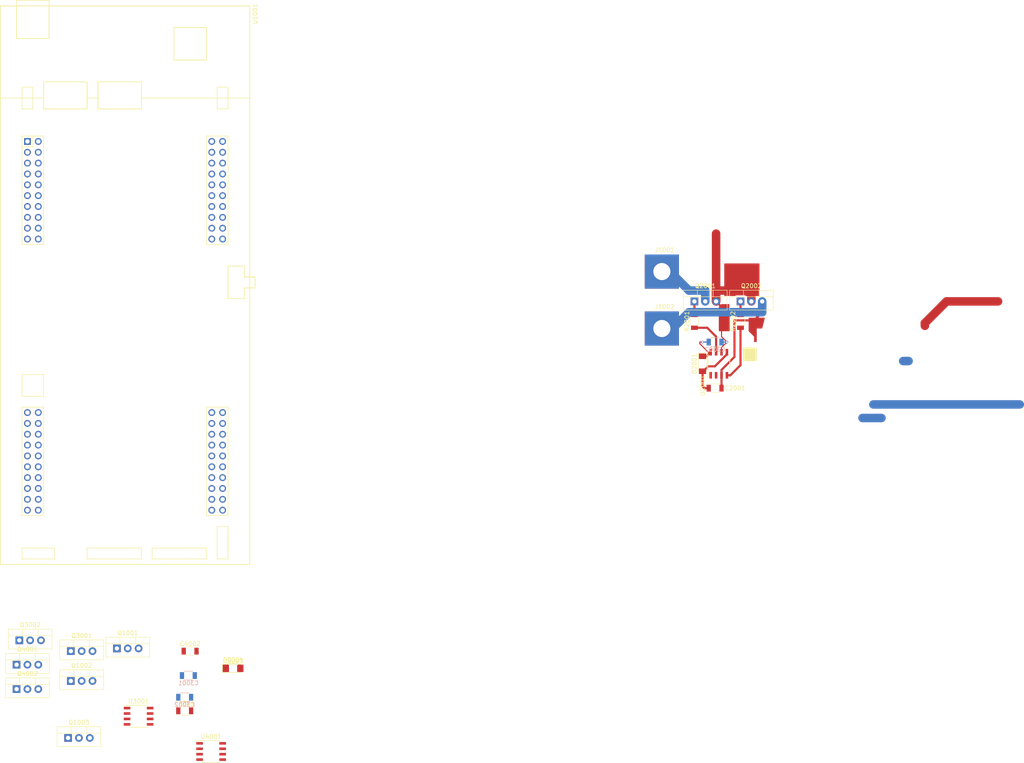
<source format=kicad_pcb>
(kicad_pcb (version 20170919) (host pcbnew "(2017-09-19 revision dddaa7e69)-makepkg")

  (general
    (thickness 1.6)
    (drawings 0)
    (tracks 56)
    (zones 0)
    (modules 30)
    (nets 28)
  )

  (page A4)
  (layers
    (0 F.Cu signal)
    (31 B.Cu signal)
    (32 B.Adhes user hide)
    (33 F.Adhes user hide)
    (34 B.Paste user hide)
    (35 F.Paste user hide)
    (36 B.SilkS user hide)
    (37 F.SilkS user)
    (38 B.Mask user hide)
    (39 F.Mask user hide)
    (40 Dwgs.User user)
    (41 Cmts.User user)
    (42 Eco1.User user)
    (43 Eco2.User user)
    (44 Edge.Cuts user)
    (45 Margin user)
    (46 B.CrtYd user)
    (47 F.CrtYd user)
    (48 B.Fab user)
    (49 F.Fab user)
  )

  (setup
    (last_trace_width 0.25)
    (user_trace_width 0.5)
    (user_trace_width 1)
    (user_trace_width 2)
    (trace_clearance 0.2)
    (zone_clearance 0.508)
    (zone_45_only no)
    (trace_min 0.2)
    (segment_width 0.2)
    (edge_width 0.15)
    (via_size 0.6)
    (via_drill 0.4)
    (via_min_size 0.4)
    (via_min_drill 0.3)
    (uvia_size 0.3)
    (uvia_drill 0.1)
    (uvias_allowed no)
    (uvia_min_size 0.2)
    (uvia_min_drill 0.1)
    (pcb_text_width 0.3)
    (pcb_text_size 1.5 1.5)
    (mod_edge_width 0.15)
    (mod_text_size 1 1)
    (mod_text_width 0.15)
    (pad_size 1.524 1.524)
    (pad_drill 0.762)
    (pad_to_mask_clearance 0.2)
    (aux_axis_origin 0 0)
    (visible_elements 7FFFFF7F)
    (pcbplotparams
      (layerselection 0x00030_80000001)
      (usegerberextensions false)
      (usegerberattributes true)
      (usegerberadvancedattributes true)
      (creategerberjobfile true)
      (excludeedgelayer true)
      (linewidth 0.100000)
      (plotframeref false)
      (viasonmask false)
      (mode 1)
      (useauxorigin false)
      (hpglpennumber 1)
      (hpglpenspeed 20)
      (hpglpendiameter 15)
      (psnegative false)
      (psa4output false)
      (plotreference true)
      (plotvalue true)
      (plotinvisibletext false)
      (padsonsilk false)
      (subtractmaskfromsilk false)
      (outputformat 1)
      (mirror false)
      (drillshape 1)
      (scaleselection 1)
      (outputdirectory ""))
  )

  (net 0 "")
  (net 1 +12V)
  (net 2 GND)
  (net 3 /Veja_1/OUT)
  (net 4 /Veja_2/OUT)
  (net 5 +VDC)
  (net 6 /Veja_1/HIN)
  (net 7 /Veja_1/LIN)
  (net 8 /Veja_2/HIN)
  (net 9 /Veja_2/LIN)
  (net 10 "Net-(C2002-Pad1)")
  (net 11 "Net-(C3002-Pad1)")
  (net 12 "Net-(C4002-Pad1)")
  (net 13 /Veja_3/OUT)
  (net 14 "Net-(R2001-Pad1)")
  (net 15 "Net-(R3001-Pad1)")
  (net 16 "Net-(R4001-Pad1)")
  (net 17 /Veja_3/HIN)
  (net 18 /Veja_3/LIN)
  (net 19 /Veja_1/QH_G)
  (net 20 /Veja_1/QL_G)
  (net 21 /Veja_2/QH_G)
  (net 22 /Veja_2/QL_G)
  (net 23 /Veja_3/QH_G)
  (net 24 /Veja_3/QL_G)
  (net 25 /Veja_1/test/zaj)
  (net 26 /Veja_2/test/zaj)
  (net 27 /Veja_3/test/zaj)

  (net_class Default "This is the default net class."
    (clearance 0.2)
    (trace_width 0.25)
    (via_dia 0.6)
    (via_drill 0.4)
    (uvia_dia 0.3)
    (uvia_drill 0.1)
    (add_net +12V)
    (add_net +VDC)
    (add_net /Veja_1/HIN)
    (add_net /Veja_1/LIN)
    (add_net /Veja_1/OUT)
    (add_net /Veja_1/QH_G)
    (add_net /Veja_1/QL_G)
    (add_net /Veja_1/test/zaj)
    (add_net /Veja_2/HIN)
    (add_net /Veja_2/LIN)
    (add_net /Veja_2/OUT)
    (add_net /Veja_2/QH_G)
    (add_net /Veja_2/QL_G)
    (add_net /Veja_2/test/zaj)
    (add_net /Veja_3/HIN)
    (add_net /Veja_3/LIN)
    (add_net /Veja_3/OUT)
    (add_net /Veja_3/QH_G)
    (add_net /Veja_3/QL_G)
    (add_net /Veja_3/test/zaj)
    (add_net GND)
    (add_net "Net-(C2002-Pad1)")
    (add_net "Net-(C3002-Pad1)")
    (add_net "Net-(C4002-Pad1)")
    (add_net "Net-(R2001-Pad1)")
    (add_net "Net-(R3001-Pad1)")
    (add_net "Net-(R4001-Pad1)")
  )

  (module Passives:RC1206M (layer B.Cu) (tedit 59F954E2) (tstamp 5A0AA8FB)
    (at 180.745 95.885)
    (descr "Capacitor SMD 1206, reflow soldering, AVX (see smccp.pdf)")
    (tags "capacitor 1206")
    (path /59F8DC05/59F96502)
    (attr smd)
    (fp_text reference C2002 (at 0 1.75) (layer B.SilkS)
      (effects (font (size 1 1) (thickness 0.15)) (justify mirror))
    )
    (fp_text value 100n (at 0 -2) (layer B.Fab) hide
      (effects (font (size 1 1) (thickness 0.15)) (justify mirror))
    )
    (fp_line (start 2.25 -1.05) (end -2.25 -1.05) (layer B.CrtYd) (width 0.05))
    (fp_line (start 2.25 -1.05) (end 2.25 1.05) (layer B.CrtYd) (width 0.05))
    (fp_line (start -2.25 1.05) (end -2.25 -1.05) (layer B.CrtYd) (width 0.05))
    (fp_line (start -2.25 1.05) (end 2.25 1.05) (layer B.CrtYd) (width 0.05))
    (fp_line (start -1 -1.02) (end 1 -1.02) (layer B.SilkS) (width 0.12))
    (fp_line (start 1 1.02) (end -1 1.02) (layer B.SilkS) (width 0.12))
    (fp_line (start -1.6 0.8) (end 1.6 0.8) (layer B.Fab) (width 0.1))
    (fp_line (start 1.6 0.8) (end 1.6 -0.8) (layer B.Fab) (width 0.1))
    (fp_line (start 1.6 -0.8) (end -1.6 -0.8) (layer B.Fab) (width 0.1))
    (fp_line (start -1.6 -0.8) (end -1.6 0.8) (layer B.Fab) (width 0.1))
    (fp_text user %R (at 0 0) (layer B.Fab)
      (effects (font (size 0.5 0.5) (thickness 0.07)) (justify mirror))
    )
    (pad 2 smd rect (at 1.5 0) (size 1 1.6) (layers B.Cu B.Paste B.Mask)
      (net 3 /Veja_1/OUT))
    (pad 1 smd rect (at -1.5 0) (size 1 1.6) (layers B.Cu B.Paste B.Mask)
      (net 10 "Net-(C2002-Pad1)"))
    (model Capacitors_SMD.3dshapes/C_1206.wrl
      (at (xyz 0 0 0))
      (scale (xyz 1 1 1))
      (rotate (xyz 0 0 0))
    )
  )

  (module Passives:RC1206M (layer F.Cu) (tedit 59F954E2) (tstamp 5A0AA8EA)
    (at 180.745 106.68)
    (descr "Capacitor SMD 1206, reflow soldering, AVX (see smccp.pdf)")
    (tags "capacitor 1206")
    (path /59F8DC05/59F96458)
    (attr smd)
    (fp_text reference C2001 (at 4.675 0) (layer F.SilkS)
      (effects (font (size 1 1) (thickness 0.15)))
    )
    (fp_text value 100n (at 0 2) (layer F.Fab) hide
      (effects (font (size 1 1) (thickness 0.15)))
    )
    (fp_line (start 2.25 1.05) (end -2.25 1.05) (layer F.CrtYd) (width 0.05))
    (fp_line (start 2.25 1.05) (end 2.25 -1.05) (layer F.CrtYd) (width 0.05))
    (fp_line (start -2.25 -1.05) (end -2.25 1.05) (layer F.CrtYd) (width 0.05))
    (fp_line (start -2.25 -1.05) (end 2.25 -1.05) (layer F.CrtYd) (width 0.05))
    (fp_line (start -1 1.02) (end 1 1.02) (layer F.SilkS) (width 0.12))
    (fp_line (start 1 -1.02) (end -1 -1.02) (layer F.SilkS) (width 0.12))
    (fp_line (start -1.6 -0.8) (end 1.6 -0.8) (layer F.Fab) (width 0.1))
    (fp_line (start 1.6 -0.8) (end 1.6 0.8) (layer F.Fab) (width 0.1))
    (fp_line (start 1.6 0.8) (end -1.6 0.8) (layer F.Fab) (width 0.1))
    (fp_line (start -1.6 0.8) (end -1.6 -0.8) (layer F.Fab) (width 0.1))
    (fp_text user %R (at 0 0) (layer F.Fab)
      (effects (font (size 0.5 0.5) (thickness 0.07)))
    )
    (pad 2 smd rect (at 1.5 0) (size 1 1.6) (layers F.Cu F.Paste F.Mask)
      (net 2 GND))
    (pad 1 smd rect (at -1.5 0) (size 1 1.6) (layers F.Cu F.Paste F.Mask)
      (net 1 +12V))
    (model Capacitors_SMD.3dshapes/C_1206.wrl
      (at (xyz 0 0 0))
      (scale (xyz 1 1 1))
      (rotate (xyz 0 0 0))
    )
  )

  (module Passives:RC1206M (layer B.Cu) (tedit 59F954E2) (tstamp 5A0AA90C)
    (at 57.38 173.99)
    (descr "Capacitor SMD 1206, reflow soldering, AVX (see smccp.pdf)")
    (tags "capacitor 1206")
    (path /59F8EC5A/59F96458)
    (attr smd)
    (fp_text reference C3001 (at 0 1.75) (layer B.SilkS)
      (effects (font (size 1 1) (thickness 0.15)) (justify mirror))
    )
    (fp_text value 100n (at 0 -2) (layer B.Fab) hide
      (effects (font (size 1 1) (thickness 0.15)) (justify mirror))
    )
    (fp_line (start 2.25 -1.05) (end -2.25 -1.05) (layer B.CrtYd) (width 0.05))
    (fp_line (start 2.25 -1.05) (end 2.25 1.05) (layer B.CrtYd) (width 0.05))
    (fp_line (start -2.25 1.05) (end -2.25 -1.05) (layer B.CrtYd) (width 0.05))
    (fp_line (start -2.25 1.05) (end 2.25 1.05) (layer B.CrtYd) (width 0.05))
    (fp_line (start -1 -1.02) (end 1 -1.02) (layer B.SilkS) (width 0.12))
    (fp_line (start 1 1.02) (end -1 1.02) (layer B.SilkS) (width 0.12))
    (fp_line (start -1.6 0.8) (end 1.6 0.8) (layer B.Fab) (width 0.1))
    (fp_line (start 1.6 0.8) (end 1.6 -0.8) (layer B.Fab) (width 0.1))
    (fp_line (start 1.6 -0.8) (end -1.6 -0.8) (layer B.Fab) (width 0.1))
    (fp_line (start -1.6 -0.8) (end -1.6 0.8) (layer B.Fab) (width 0.1))
    (fp_text user %R (at 0 0) (layer B.Fab)
      (effects (font (size 0.5 0.5) (thickness 0.07)) (justify mirror))
    )
    (pad 2 smd rect (at 1.5 0) (size 1 1.6) (layers B.Cu B.Paste B.Mask)
      (net 2 GND))
    (pad 1 smd rect (at -1.5 0) (size 1 1.6) (layers B.Cu B.Paste B.Mask)
      (net 1 +12V))
    (model Capacitors_SMD.3dshapes/C_1206.wrl
      (at (xyz 0 0 0))
      (scale (xyz 1 1 1))
      (rotate (xyz 0 0 0))
    )
  )

  (module Passives:RC1206M (layer B.Cu) (tedit 59F954E2) (tstamp 5A0AA91D)
    (at 56.515 179.07)
    (descr "Capacitor SMD 1206, reflow soldering, AVX (see smccp.pdf)")
    (tags "capacitor 1206")
    (path /59F8EC5A/59F96502)
    (attr smd)
    (fp_text reference C3002 (at 0 1.75) (layer B.SilkS)
      (effects (font (size 1 1) (thickness 0.15)) (justify mirror))
    )
    (fp_text value 100n (at 0 -2) (layer B.Fab) hide
      (effects (font (size 1 1) (thickness 0.15)) (justify mirror))
    )
    (fp_line (start 2.25 -1.05) (end -2.25 -1.05) (layer B.CrtYd) (width 0.05))
    (fp_line (start 2.25 -1.05) (end 2.25 1.05) (layer B.CrtYd) (width 0.05))
    (fp_line (start -2.25 1.05) (end -2.25 -1.05) (layer B.CrtYd) (width 0.05))
    (fp_line (start -2.25 1.05) (end 2.25 1.05) (layer B.CrtYd) (width 0.05))
    (fp_line (start -1 -1.02) (end 1 -1.02) (layer B.SilkS) (width 0.12))
    (fp_line (start 1 1.02) (end -1 1.02) (layer B.SilkS) (width 0.12))
    (fp_line (start -1.6 0.8) (end 1.6 0.8) (layer B.Fab) (width 0.1))
    (fp_line (start 1.6 0.8) (end 1.6 -0.8) (layer B.Fab) (width 0.1))
    (fp_line (start 1.6 -0.8) (end -1.6 -0.8) (layer B.Fab) (width 0.1))
    (fp_line (start -1.6 -0.8) (end -1.6 0.8) (layer B.Fab) (width 0.1))
    (fp_text user %R (at 0 0) (layer B.Fab)
      (effects (font (size 0.5 0.5) (thickness 0.07)) (justify mirror))
    )
    (pad 2 smd rect (at 1.5 0) (size 1 1.6) (layers B.Cu B.Paste B.Mask)
      (net 4 /Veja_2/OUT))
    (pad 1 smd rect (at -1.5 0) (size 1 1.6) (layers B.Cu B.Paste B.Mask)
      (net 11 "Net-(C3002-Pad1)"))
    (model Capacitors_SMD.3dshapes/C_1206.wrl
      (at (xyz 0 0 0))
      (scale (xyz 1 1 1))
      (rotate (xyz 0 0 0))
    )
  )

  (module Passives:RC1206M (layer F.Cu) (tedit 59F954E2) (tstamp 5A0AA92E)
    (at 56.515 182.245)
    (descr "Capacitor SMD 1206, reflow soldering, AVX (see smccp.pdf)")
    (tags "capacitor 1206")
    (path /59F957AF/59F96458)
    (attr smd)
    (fp_text reference C4001 (at 0 -1.75) (layer F.SilkS)
      (effects (font (size 1 1) (thickness 0.15)))
    )
    (fp_text value 100n (at 0 2) (layer F.Fab) hide
      (effects (font (size 1 1) (thickness 0.15)))
    )
    (fp_line (start 2.25 1.05) (end -2.25 1.05) (layer F.CrtYd) (width 0.05))
    (fp_line (start 2.25 1.05) (end 2.25 -1.05) (layer F.CrtYd) (width 0.05))
    (fp_line (start -2.25 -1.05) (end -2.25 1.05) (layer F.CrtYd) (width 0.05))
    (fp_line (start -2.25 -1.05) (end 2.25 -1.05) (layer F.CrtYd) (width 0.05))
    (fp_line (start -1 1.02) (end 1 1.02) (layer F.SilkS) (width 0.12))
    (fp_line (start 1 -1.02) (end -1 -1.02) (layer F.SilkS) (width 0.12))
    (fp_line (start -1.6 -0.8) (end 1.6 -0.8) (layer F.Fab) (width 0.1))
    (fp_line (start 1.6 -0.8) (end 1.6 0.8) (layer F.Fab) (width 0.1))
    (fp_line (start 1.6 0.8) (end -1.6 0.8) (layer F.Fab) (width 0.1))
    (fp_line (start -1.6 0.8) (end -1.6 -0.8) (layer F.Fab) (width 0.1))
    (fp_text user %R (at 0 0) (layer F.Fab)
      (effects (font (size 0.5 0.5) (thickness 0.07)))
    )
    (pad 2 smd rect (at 1.5 0) (size 1 1.6) (layers F.Cu F.Paste F.Mask)
      (net 2 GND))
    (pad 1 smd rect (at -1.5 0) (size 1 1.6) (layers F.Cu F.Paste F.Mask)
      (net 1 +12V))
    (model Capacitors_SMD.3dshapes/C_1206.wrl
      (at (xyz 0 0 0))
      (scale (xyz 1 1 1))
      (rotate (xyz 0 0 0))
    )
  )

  (module Passives:RC1206M (layer F.Cu) (tedit 59F954E2) (tstamp 5A0AA93F)
    (at 57.785 168.275)
    (descr "Capacitor SMD 1206, reflow soldering, AVX (see smccp.pdf)")
    (tags "capacitor 1206")
    (path /59F957AF/59F96502)
    (attr smd)
    (fp_text reference C4002 (at 0 -1.75) (layer F.SilkS)
      (effects (font (size 1 1) (thickness 0.15)))
    )
    (fp_text value 100n (at 0 2) (layer F.Fab) hide
      (effects (font (size 1 1) (thickness 0.15)))
    )
    (fp_line (start 2.25 1.05) (end -2.25 1.05) (layer F.CrtYd) (width 0.05))
    (fp_line (start 2.25 1.05) (end 2.25 -1.05) (layer F.CrtYd) (width 0.05))
    (fp_line (start -2.25 -1.05) (end -2.25 1.05) (layer F.CrtYd) (width 0.05))
    (fp_line (start -2.25 -1.05) (end 2.25 -1.05) (layer F.CrtYd) (width 0.05))
    (fp_line (start -1 1.02) (end 1 1.02) (layer F.SilkS) (width 0.12))
    (fp_line (start 1 -1.02) (end -1 -1.02) (layer F.SilkS) (width 0.12))
    (fp_line (start -1.6 -0.8) (end 1.6 -0.8) (layer F.Fab) (width 0.1))
    (fp_line (start 1.6 -0.8) (end 1.6 0.8) (layer F.Fab) (width 0.1))
    (fp_line (start 1.6 0.8) (end -1.6 0.8) (layer F.Fab) (width 0.1))
    (fp_line (start -1.6 0.8) (end -1.6 -0.8) (layer F.Fab) (width 0.1))
    (fp_text user %R (at 0 0) (layer F.Fab)
      (effects (font (size 0.5 0.5) (thickness 0.07)))
    )
    (pad 2 smd rect (at 1.5 0) (size 1 1.6) (layers F.Cu F.Paste F.Mask)
      (net 13 /Veja_3/OUT))
    (pad 1 smd rect (at -1.5 0) (size 1 1.6) (layers F.Cu F.Paste F.Mask)
      (net 12 "Net-(C4002-Pad1)"))
    (model Capacitors_SMD.3dshapes/C_1206.wrl
      (at (xyz 0 0 0))
      (scale (xyz 1 1 1))
      (rotate (xyz 0 0 0))
    )
  )

  (module Discretes:D_MiniMELF (layer F.Cu) (tedit 59F95434) (tstamp 5A0AA97A)
    (at 177.8 100.965 270)
    (descr "Diode Mini-MELF")
    (tags "Diode Mini-MELF")
    (path /59F8DC05/59F96588)
    (attr smd)
    (fp_text reference D2001 (at 0 1.905 270) (layer F.SilkS)
      (effects (font (size 1 1) (thickness 0.15)))
    )
    (fp_text value LL4148 (at 0 1.75 270) (layer F.Fab) hide
      (effects (font (size 1 1) (thickness 0.15)))
    )
    (fp_line (start -2.65 1.1) (end -2.65 -1.1) (layer F.CrtYd) (width 0.05))
    (fp_line (start 2.65 1.1) (end -2.65 1.1) (layer F.CrtYd) (width 0.05))
    (fp_line (start 2.65 -1.1) (end 2.65 1.1) (layer F.CrtYd) (width 0.05))
    (fp_line (start -2.65 -1.1) (end 2.65 -1.1) (layer F.CrtYd) (width 0.05))
    (fp_line (start -0.75 0) (end -0.35 0) (layer F.Fab) (width 0.1))
    (fp_line (start -0.35 0) (end -0.35 -0.55) (layer F.Fab) (width 0.1))
    (fp_line (start -0.35 0) (end -0.35 0.55) (layer F.Fab) (width 0.1))
    (fp_line (start -0.35 0) (end 0.25 -0.4) (layer F.Fab) (width 0.1))
    (fp_line (start 0.25 -0.4) (end 0.25 0.4) (layer F.Fab) (width 0.1))
    (fp_line (start 0.25 0.4) (end -0.35 0) (layer F.Fab) (width 0.1))
    (fp_line (start 0.25 0) (end 0.75 0) (layer F.Fab) (width 0.1))
    (fp_line (start -1.65 -0.8) (end 1.65 -0.8) (layer F.Fab) (width 0.1))
    (fp_line (start -1.65 0.8) (end -1.65 -0.8) (layer F.Fab) (width 0.1))
    (fp_line (start 1.65 0.8) (end -1.65 0.8) (layer F.Fab) (width 0.1))
    (fp_line (start 1.65 -0.8) (end 1.65 0.8) (layer F.Fab) (width 0.1))
    (fp_line (start -2.55 1) (end 1.75 1) (layer F.SilkS) (width 0.12))
    (fp_line (start -2.55 -1) (end -2.55 1) (layer F.SilkS) (width 0.12))
    (fp_line (start 1.75 -1) (end -2.55 -1) (layer F.SilkS) (width 0.12))
    (fp_text user %R (at 0 1.905 270) (layer F.Fab)
      (effects (font (size 1 1) (thickness 0.15)))
    )
    (pad 2 smd rect (at 1.75 0 270) (size 1.3 1.7) (layers F.Cu F.Paste F.Mask)
      (net 1 +12V))
    (pad 1 smd rect (at -1.75 0 270) (size 1.3 1.7) (layers F.Cu F.Paste F.Mask)
      (net 10 "Net-(C2002-Pad1)"))
    (model ${KISYS3DMOD}/Diodes_SMD.3dshapes/D_MiniMELF.wrl
      (at (xyz 0 0 0))
      (scale (xyz 1 1 1))
      (rotate (xyz 0 0 0))
    )
  )

  (module Discretes:D_MiniMELF (layer F.Cu) (tedit 59F95434) (tstamp 5A0AA993)
    (at 67.8561 172.3136)
    (descr "Diode Mini-MELF")
    (tags "Diode Mini-MELF")
    (path /59F8EC5A/59F96588)
    (attr smd)
    (fp_text reference D3001 (at 0 -2) (layer F.SilkS)
      (effects (font (size 1 1) (thickness 0.15)))
    )
    (fp_text value LL4148 (at 0 1.75) (layer F.Fab) hide
      (effects (font (size 1 1) (thickness 0.15)))
    )
    (fp_line (start -2.65 1.1) (end -2.65 -1.1) (layer F.CrtYd) (width 0.05))
    (fp_line (start 2.65 1.1) (end -2.65 1.1) (layer F.CrtYd) (width 0.05))
    (fp_line (start 2.65 -1.1) (end 2.65 1.1) (layer F.CrtYd) (width 0.05))
    (fp_line (start -2.65 -1.1) (end 2.65 -1.1) (layer F.CrtYd) (width 0.05))
    (fp_line (start -0.75 0) (end -0.35 0) (layer F.Fab) (width 0.1))
    (fp_line (start -0.35 0) (end -0.35 -0.55) (layer F.Fab) (width 0.1))
    (fp_line (start -0.35 0) (end -0.35 0.55) (layer F.Fab) (width 0.1))
    (fp_line (start -0.35 0) (end 0.25 -0.4) (layer F.Fab) (width 0.1))
    (fp_line (start 0.25 -0.4) (end 0.25 0.4) (layer F.Fab) (width 0.1))
    (fp_line (start 0.25 0.4) (end -0.35 0) (layer F.Fab) (width 0.1))
    (fp_line (start 0.25 0) (end 0.75 0) (layer F.Fab) (width 0.1))
    (fp_line (start -1.65 -0.8) (end 1.65 -0.8) (layer F.Fab) (width 0.1))
    (fp_line (start -1.65 0.8) (end -1.65 -0.8) (layer F.Fab) (width 0.1))
    (fp_line (start 1.65 0.8) (end -1.65 0.8) (layer F.Fab) (width 0.1))
    (fp_line (start 1.65 -0.8) (end 1.65 0.8) (layer F.Fab) (width 0.1))
    (fp_line (start -2.55 1) (end 1.75 1) (layer F.SilkS) (width 0.12))
    (fp_line (start -2.55 -1) (end -2.55 1) (layer F.SilkS) (width 0.12))
    (fp_line (start 1.75 -1) (end -2.55 -1) (layer F.SilkS) (width 0.12))
    (fp_text user %R (at 0 -2) (layer F.Fab)
      (effects (font (size 1 1) (thickness 0.15)))
    )
    (pad 2 smd rect (at 1.75 0) (size 1.3 1.7) (layers F.Cu F.Paste F.Mask)
      (net 1 +12V))
    (pad 1 smd rect (at -1.75 0) (size 1.3 1.7) (layers F.Cu F.Paste F.Mask)
      (net 11 "Net-(C3002-Pad1)"))
    (model ${KISYS3DMOD}/Diodes_SMD.3dshapes/D_MiniMELF.wrl
      (at (xyz 0 0 0))
      (scale (xyz 1 1 1))
      (rotate (xyz 0 0 0))
    )
  )

  (module Discretes:D_MiniMELF (layer F.Cu) (tedit 59F95434) (tstamp 5A0AA9AC)
    (at 67.8561 172.3136)
    (descr "Diode Mini-MELF")
    (tags "Diode Mini-MELF")
    (path /59F957AF/59F96588)
    (attr smd)
    (fp_text reference D4001 (at 0 -2) (layer F.SilkS)
      (effects (font (size 1 1) (thickness 0.15)))
    )
    (fp_text value LL4148 (at 0 1.75) (layer F.Fab) hide
      (effects (font (size 1 1) (thickness 0.15)))
    )
    (fp_line (start -2.65 1.1) (end -2.65 -1.1) (layer F.CrtYd) (width 0.05))
    (fp_line (start 2.65 1.1) (end -2.65 1.1) (layer F.CrtYd) (width 0.05))
    (fp_line (start 2.65 -1.1) (end 2.65 1.1) (layer F.CrtYd) (width 0.05))
    (fp_line (start -2.65 -1.1) (end 2.65 -1.1) (layer F.CrtYd) (width 0.05))
    (fp_line (start -0.75 0) (end -0.35 0) (layer F.Fab) (width 0.1))
    (fp_line (start -0.35 0) (end -0.35 -0.55) (layer F.Fab) (width 0.1))
    (fp_line (start -0.35 0) (end -0.35 0.55) (layer F.Fab) (width 0.1))
    (fp_line (start -0.35 0) (end 0.25 -0.4) (layer F.Fab) (width 0.1))
    (fp_line (start 0.25 -0.4) (end 0.25 0.4) (layer F.Fab) (width 0.1))
    (fp_line (start 0.25 0.4) (end -0.35 0) (layer F.Fab) (width 0.1))
    (fp_line (start 0.25 0) (end 0.75 0) (layer F.Fab) (width 0.1))
    (fp_line (start -1.65 -0.8) (end 1.65 -0.8) (layer F.Fab) (width 0.1))
    (fp_line (start -1.65 0.8) (end -1.65 -0.8) (layer F.Fab) (width 0.1))
    (fp_line (start 1.65 0.8) (end -1.65 0.8) (layer F.Fab) (width 0.1))
    (fp_line (start 1.65 -0.8) (end 1.65 0.8) (layer F.Fab) (width 0.1))
    (fp_line (start -2.55 1) (end 1.75 1) (layer F.SilkS) (width 0.12))
    (fp_line (start -2.55 -1) (end -2.55 1) (layer F.SilkS) (width 0.12))
    (fp_line (start 1.75 -1) (end -2.55 -1) (layer F.SilkS) (width 0.12))
    (fp_text user %R (at 0 -2) (layer F.Fab)
      (effects (font (size 1 1) (thickness 0.15)))
    )
    (pad 2 smd rect (at 1.75 0) (size 1.3 1.7) (layers F.Cu F.Paste F.Mask)
      (net 1 +12V))
    (pad 1 smd rect (at -1.75 0) (size 1.3 1.7) (layers F.Cu F.Paste F.Mask)
      (net 12 "Net-(C4002-Pad1)"))
    (model ${KISYS3DMOD}/Diodes_SMD.3dshapes/D_MiniMELF.wrl
      (at (xyz 0 0 0))
      (scale (xyz 1 1 1))
      (rotate (xyz 0 0 0))
    )
  )

  (module Discretes:TO-220 (layer F.Cu) (tedit 59E9DD4A) (tstamp 5A0AA9DF)
    (at 40.64 167.64)
    (descr "TO-220-3, Vertical, RM 2.54mm")
    (tags "TO-220-3 Vertical RM 2.54mm")
    (path /5A0AAC30)
    (fp_text reference Q1001 (at 2.54 -3.62) (layer F.SilkS)
      (effects (font (size 1 1) (thickness 0.15)))
    )
    (fp_text value CSD19531KCS (at 2.54 3.92) (layer F.Fab) hide
      (effects (font (size 1 1) (thickness 0.15)))
    )
    (fp_line (start 7.79 -2.75) (end -2.71 -2.75) (layer F.CrtYd) (width 0.05))
    (fp_line (start 7.79 2.16) (end 7.79 -2.75) (layer F.CrtYd) (width 0.05))
    (fp_line (start -2.71 2.16) (end 7.79 2.16) (layer F.CrtYd) (width 0.05))
    (fp_line (start -2.71 -2.75) (end -2.71 2.16) (layer F.CrtYd) (width 0.05))
    (fp_line (start 4.391 -2.62) (end 4.391 -1.11) (layer F.SilkS) (width 0.12))
    (fp_line (start 0.69 -2.62) (end 0.69 -1.11) (layer F.SilkS) (width 0.12))
    (fp_line (start -2.58 -1.11) (end 7.66 -1.11) (layer F.SilkS) (width 0.12))
    (fp_line (start 7.66 -2.62) (end 7.66 2.021) (layer F.SilkS) (width 0.12))
    (fp_line (start -2.58 -2.62) (end -2.58 2.021) (layer F.SilkS) (width 0.12))
    (fp_line (start -2.58 2.021) (end 7.66 2.021) (layer F.SilkS) (width 0.12))
    (fp_line (start -2.58 -2.62) (end 7.66 -2.62) (layer F.SilkS) (width 0.12))
    (fp_line (start 4.39 -2.5) (end 4.39 -1.23) (layer F.Fab) (width 0.1))
    (fp_line (start 0.69 -2.5) (end 0.69 -1.23) (layer F.Fab) (width 0.1))
    (fp_line (start -2.46 -1.23) (end 7.54 -1.23) (layer F.Fab) (width 0.1))
    (fp_line (start 7.54 -2.5) (end -2.46 -2.5) (layer F.Fab) (width 0.1))
    (fp_line (start 7.54 1.9) (end 7.54 -2.5) (layer F.Fab) (width 0.1))
    (fp_line (start -2.46 1.9) (end 7.54 1.9) (layer F.Fab) (width 0.1))
    (fp_line (start -2.46 -2.5) (end -2.46 1.9) (layer F.Fab) (width 0.1))
    (fp_text user %R (at 2.54 -3.62) (layer F.Fab)
      (effects (font (size 1 1) (thickness 0.15)))
    )
    (pad 3 thru_hole oval (at 5.08 0) (size 1.8 1.8) (drill 1) (layers *.Cu *.Mask))
    (pad 2 thru_hole oval (at 2.54 0) (size 1.8 1.8) (drill 1) (layers *.Cu *.Mask))
    (pad 1 thru_hole rect (at 0 0) (size 1.8 1.8) (drill 1) (layers *.Cu *.Mask)
      (net 3 /Veja_1/OUT))
    (model ${KI_LRTME_3DMOD}/TO-220-3_Vertical.wrl
      (at (xyz 0 0 0))
      (scale (xyz 1 1 1))
      (rotate (xyz 0 0 0))
    )
  )

  (module Discretes:TO-220 (layer F.Cu) (tedit 59E9DD4A) (tstamp 5A0AA9F9)
    (at 29.845 175.26)
    (descr "TO-220-3, Vertical, RM 2.54mm")
    (tags "TO-220-3 Vertical RM 2.54mm")
    (path /5A0AAAD8)
    (fp_text reference Q1002 (at 2.54 -3.62) (layer F.SilkS)
      (effects (font (size 1 1) (thickness 0.15)))
    )
    (fp_text value CSD19531KCS (at 2.54 3.92) (layer F.Fab) hide
      (effects (font (size 1 1) (thickness 0.15)))
    )
    (fp_line (start 7.79 -2.75) (end -2.71 -2.75) (layer F.CrtYd) (width 0.05))
    (fp_line (start 7.79 2.16) (end 7.79 -2.75) (layer F.CrtYd) (width 0.05))
    (fp_line (start -2.71 2.16) (end 7.79 2.16) (layer F.CrtYd) (width 0.05))
    (fp_line (start -2.71 -2.75) (end -2.71 2.16) (layer F.CrtYd) (width 0.05))
    (fp_line (start 4.391 -2.62) (end 4.391 -1.11) (layer F.SilkS) (width 0.12))
    (fp_line (start 0.69 -2.62) (end 0.69 -1.11) (layer F.SilkS) (width 0.12))
    (fp_line (start -2.58 -1.11) (end 7.66 -1.11) (layer F.SilkS) (width 0.12))
    (fp_line (start 7.66 -2.62) (end 7.66 2.021) (layer F.SilkS) (width 0.12))
    (fp_line (start -2.58 -2.62) (end -2.58 2.021) (layer F.SilkS) (width 0.12))
    (fp_line (start -2.58 2.021) (end 7.66 2.021) (layer F.SilkS) (width 0.12))
    (fp_line (start -2.58 -2.62) (end 7.66 -2.62) (layer F.SilkS) (width 0.12))
    (fp_line (start 4.39 -2.5) (end 4.39 -1.23) (layer F.Fab) (width 0.1))
    (fp_line (start 0.69 -2.5) (end 0.69 -1.23) (layer F.Fab) (width 0.1))
    (fp_line (start -2.46 -1.23) (end 7.54 -1.23) (layer F.Fab) (width 0.1))
    (fp_line (start 7.54 -2.5) (end -2.46 -2.5) (layer F.Fab) (width 0.1))
    (fp_line (start 7.54 1.9) (end 7.54 -2.5) (layer F.Fab) (width 0.1))
    (fp_line (start -2.46 1.9) (end 7.54 1.9) (layer F.Fab) (width 0.1))
    (fp_line (start -2.46 -2.5) (end -2.46 1.9) (layer F.Fab) (width 0.1))
    (fp_text user %R (at 2.54 -3.62) (layer F.Fab)
      (effects (font (size 1 1) (thickness 0.15)))
    )
    (pad 3 thru_hole oval (at 5.08 0) (size 1.8 1.8) (drill 1) (layers *.Cu *.Mask))
    (pad 2 thru_hole oval (at 2.54 0) (size 1.8 1.8) (drill 1) (layers *.Cu *.Mask))
    (pad 1 thru_hole rect (at 0 0) (size 1.8 1.8) (drill 1) (layers *.Cu *.Mask)
      (net 4 /Veja_2/OUT))
    (model ${KI_LRTME_3DMOD}/TO-220-3_Vertical.wrl
      (at (xyz 0 0 0))
      (scale (xyz 1 1 1))
      (rotate (xyz 0 0 0))
    )
  )

  (module Discretes:TO-220 (layer F.Cu) (tedit 59E9DD4A) (tstamp 5A0AAA13)
    (at 29.21 188.595)
    (descr "TO-220-3, Vertical, RM 2.54mm")
    (tags "TO-220-3 Vertical RM 2.54mm")
    (path /5A0AAD6E)
    (fp_text reference Q1003 (at 2.54 -3.62) (layer F.SilkS)
      (effects (font (size 1 1) (thickness 0.15)))
    )
    (fp_text value CSD19531KCS (at 2.54 3.92) (layer F.Fab) hide
      (effects (font (size 1 1) (thickness 0.15)))
    )
    (fp_line (start 7.79 -2.75) (end -2.71 -2.75) (layer F.CrtYd) (width 0.05))
    (fp_line (start 7.79 2.16) (end 7.79 -2.75) (layer F.CrtYd) (width 0.05))
    (fp_line (start -2.71 2.16) (end 7.79 2.16) (layer F.CrtYd) (width 0.05))
    (fp_line (start -2.71 -2.75) (end -2.71 2.16) (layer F.CrtYd) (width 0.05))
    (fp_line (start 4.391 -2.62) (end 4.391 -1.11) (layer F.SilkS) (width 0.12))
    (fp_line (start 0.69 -2.62) (end 0.69 -1.11) (layer F.SilkS) (width 0.12))
    (fp_line (start -2.58 -1.11) (end 7.66 -1.11) (layer F.SilkS) (width 0.12))
    (fp_line (start 7.66 -2.62) (end 7.66 2.021) (layer F.SilkS) (width 0.12))
    (fp_line (start -2.58 -2.62) (end -2.58 2.021) (layer F.SilkS) (width 0.12))
    (fp_line (start -2.58 2.021) (end 7.66 2.021) (layer F.SilkS) (width 0.12))
    (fp_line (start -2.58 -2.62) (end 7.66 -2.62) (layer F.SilkS) (width 0.12))
    (fp_line (start 4.39 -2.5) (end 4.39 -1.23) (layer F.Fab) (width 0.1))
    (fp_line (start 0.69 -2.5) (end 0.69 -1.23) (layer F.Fab) (width 0.1))
    (fp_line (start -2.46 -1.23) (end 7.54 -1.23) (layer F.Fab) (width 0.1))
    (fp_line (start 7.54 -2.5) (end -2.46 -2.5) (layer F.Fab) (width 0.1))
    (fp_line (start 7.54 1.9) (end 7.54 -2.5) (layer F.Fab) (width 0.1))
    (fp_line (start -2.46 1.9) (end 7.54 1.9) (layer F.Fab) (width 0.1))
    (fp_line (start -2.46 -2.5) (end -2.46 1.9) (layer F.Fab) (width 0.1))
    (fp_text user %R (at 2.54 -3.62) (layer F.Fab)
      (effects (font (size 1 1) (thickness 0.15)))
    )
    (pad 3 thru_hole oval (at 5.08 0) (size 1.8 1.8) (drill 1) (layers *.Cu *.Mask))
    (pad 2 thru_hole oval (at 2.54 0) (size 1.8 1.8) (drill 1) (layers *.Cu *.Mask))
    (pad 1 thru_hole rect (at 0 0) (size 1.8 1.8) (drill 1) (layers *.Cu *.Mask)
      (net 13 /Veja_3/OUT))
    (model ${KI_LRTME_3DMOD}/TO-220-3_Vertical.wrl
      (at (xyz 0 0 0))
      (scale (xyz 1 1 1))
      (rotate (xyz 0 0 0))
    )
  )

  (module Discretes:TO-220 (layer F.Cu) (tedit 59E9DD4A) (tstamp 5A0AAA47)
    (at 175.895 86.36)
    (descr "TO-220-3, Vertical, RM 2.54mm")
    (tags "TO-220-3 Vertical RM 2.54mm")
    (path /59F8DC05/59F8DC38)
    (fp_text reference Q2001 (at 2.54 -3.62) (layer F.SilkS)
      (effects (font (size 1 1) (thickness 0.15)))
    )
    (fp_text value CSD19531KCS (at 2.54 3.92) (layer F.Fab) hide
      (effects (font (size 1 1) (thickness 0.15)))
    )
    (fp_line (start 7.79 -2.75) (end -2.71 -2.75) (layer F.CrtYd) (width 0.05))
    (fp_line (start 7.79 2.16) (end 7.79 -2.75) (layer F.CrtYd) (width 0.05))
    (fp_line (start -2.71 2.16) (end 7.79 2.16) (layer F.CrtYd) (width 0.05))
    (fp_line (start -2.71 -2.75) (end -2.71 2.16) (layer F.CrtYd) (width 0.05))
    (fp_line (start 4.391 -2.62) (end 4.391 -1.11) (layer F.SilkS) (width 0.12))
    (fp_line (start 0.69 -2.62) (end 0.69 -1.11) (layer F.SilkS) (width 0.12))
    (fp_line (start -2.58 -1.11) (end 7.66 -1.11) (layer F.SilkS) (width 0.12))
    (fp_line (start 7.66 -2.62) (end 7.66 2.021) (layer F.SilkS) (width 0.12))
    (fp_line (start -2.58 -2.62) (end -2.58 2.021) (layer F.SilkS) (width 0.12))
    (fp_line (start -2.58 2.021) (end 7.66 2.021) (layer F.SilkS) (width 0.12))
    (fp_line (start -2.58 -2.62) (end 7.66 -2.62) (layer F.SilkS) (width 0.12))
    (fp_line (start 4.39 -2.5) (end 4.39 -1.23) (layer F.Fab) (width 0.1))
    (fp_line (start 0.69 -2.5) (end 0.69 -1.23) (layer F.Fab) (width 0.1))
    (fp_line (start -2.46 -1.23) (end 7.54 -1.23) (layer F.Fab) (width 0.1))
    (fp_line (start 7.54 -2.5) (end -2.46 -2.5) (layer F.Fab) (width 0.1))
    (fp_line (start 7.54 1.9) (end 7.54 -2.5) (layer F.Fab) (width 0.1))
    (fp_line (start -2.46 1.9) (end 7.54 1.9) (layer F.Fab) (width 0.1))
    (fp_line (start -2.46 -2.5) (end -2.46 1.9) (layer F.Fab) (width 0.1))
    (fp_text user %R (at 2.54 1.14) (layer F.Fab)
      (effects (font (size 1 1) (thickness 0.15)))
    )
    (pad 3 thru_hole oval (at 5.08 0) (size 1.8 1.8) (drill 1) (layers *.Cu *.Mask)
      (net 3 /Veja_1/OUT))
    (pad 2 thru_hole oval (at 2.54 0) (size 1.8 1.8) (drill 1) (layers *.Cu *.Mask)
      (net 5 +VDC))
    (pad 1 thru_hole rect (at 0 0) (size 1.8 1.8) (drill 1) (layers *.Cu *.Mask)
      (net 19 /Veja_1/QH_G))
    (model ${KI_LRTME_3DMOD}/TO-220-3_Vertical.wrl
      (at (xyz 0 0 0))
      (scale (xyz 1 1 1))
      (rotate (xyz 0 0 0))
    )
  )

  (module Discretes:TO-220 (layer F.Cu) (tedit 59E9DD4A) (tstamp 5A0AAA61)
    (at 186.69 86.36)
    (descr "TO-220-3, Vertical, RM 2.54mm")
    (tags "TO-220-3 Vertical RM 2.54mm")
    (path /59F8DC05/59F8DCB8)
    (fp_text reference Q2002 (at 2.54 -3.62) (layer F.SilkS)
      (effects (font (size 1 1) (thickness 0.15)))
    )
    (fp_text value CSD19531KCS (at 2.54 3.92) (layer F.Fab) hide
      (effects (font (size 1 1) (thickness 0.15)))
    )
    (fp_line (start 7.79 -2.75) (end -2.71 -2.75) (layer F.CrtYd) (width 0.05))
    (fp_line (start 7.79 2.16) (end 7.79 -2.75) (layer F.CrtYd) (width 0.05))
    (fp_line (start -2.71 2.16) (end 7.79 2.16) (layer F.CrtYd) (width 0.05))
    (fp_line (start -2.71 -2.75) (end -2.71 2.16) (layer F.CrtYd) (width 0.05))
    (fp_line (start 4.391 -2.62) (end 4.391 -1.11) (layer F.SilkS) (width 0.12))
    (fp_line (start 0.69 -2.62) (end 0.69 -1.11) (layer F.SilkS) (width 0.12))
    (fp_line (start -2.58 -1.11) (end 7.66 -1.11) (layer F.SilkS) (width 0.12))
    (fp_line (start 7.66 -2.62) (end 7.66 2.021) (layer F.SilkS) (width 0.12))
    (fp_line (start -2.58 -2.62) (end -2.58 2.021) (layer F.SilkS) (width 0.12))
    (fp_line (start -2.58 2.021) (end 7.66 2.021) (layer F.SilkS) (width 0.12))
    (fp_line (start -2.58 -2.62) (end 7.66 -2.62) (layer F.SilkS) (width 0.12))
    (fp_line (start 4.39 -2.5) (end 4.39 -1.23) (layer F.Fab) (width 0.1))
    (fp_line (start 0.69 -2.5) (end 0.69 -1.23) (layer F.Fab) (width 0.1))
    (fp_line (start -2.46 -1.23) (end 7.54 -1.23) (layer F.Fab) (width 0.1))
    (fp_line (start 7.54 -2.5) (end -2.46 -2.5) (layer F.Fab) (width 0.1))
    (fp_line (start 7.54 1.9) (end 7.54 -2.5) (layer F.Fab) (width 0.1))
    (fp_line (start -2.46 1.9) (end 7.54 1.9) (layer F.Fab) (width 0.1))
    (fp_line (start -2.46 -2.5) (end -2.46 1.9) (layer F.Fab) (width 0.1))
    (fp_text user %R (at 2.54 1.14) (layer F.Fab)
      (effects (font (size 1 1) (thickness 0.15)))
    )
    (pad 3 thru_hole oval (at 5.08 0) (size 1.8 1.8) (drill 1) (layers *.Cu *.Mask)
      (net 2 GND))
    (pad 2 thru_hole oval (at 2.54 0) (size 1.8 1.8) (drill 1) (layers *.Cu *.Mask)
      (net 3 /Veja_1/OUT))
    (pad 1 thru_hole rect (at 0 0) (size 1.8 1.8) (drill 1) (layers *.Cu *.Mask)
      (net 20 /Veja_1/QL_G))
    (model ${KI_LRTME_3DMOD}/TO-220-3_Vertical.wrl
      (at (xyz 0 0 0))
      (scale (xyz 1 1 1))
      (rotate (xyz 0 0 0))
    )
  )

  (module Discretes:TO-220 (layer F.Cu) (tedit 59E9DD4A) (tstamp 5A0AAA7B)
    (at 29.845 168.275)
    (descr "TO-220-3, Vertical, RM 2.54mm")
    (tags "TO-220-3 Vertical RM 2.54mm")
    (path /59F8EC5A/59F8DC38)
    (fp_text reference Q3001 (at 2.54 -3.62) (layer F.SilkS)
      (effects (font (size 1 1) (thickness 0.15)))
    )
    (fp_text value CSD19531KCS (at 2.54 3.92) (layer F.Fab) hide
      (effects (font (size 1 1) (thickness 0.15)))
    )
    (fp_line (start 7.79 -2.75) (end -2.71 -2.75) (layer F.CrtYd) (width 0.05))
    (fp_line (start 7.79 2.16) (end 7.79 -2.75) (layer F.CrtYd) (width 0.05))
    (fp_line (start -2.71 2.16) (end 7.79 2.16) (layer F.CrtYd) (width 0.05))
    (fp_line (start -2.71 -2.75) (end -2.71 2.16) (layer F.CrtYd) (width 0.05))
    (fp_line (start 4.391 -2.62) (end 4.391 -1.11) (layer F.SilkS) (width 0.12))
    (fp_line (start 0.69 -2.62) (end 0.69 -1.11) (layer F.SilkS) (width 0.12))
    (fp_line (start -2.58 -1.11) (end 7.66 -1.11) (layer F.SilkS) (width 0.12))
    (fp_line (start 7.66 -2.62) (end 7.66 2.021) (layer F.SilkS) (width 0.12))
    (fp_line (start -2.58 -2.62) (end -2.58 2.021) (layer F.SilkS) (width 0.12))
    (fp_line (start -2.58 2.021) (end 7.66 2.021) (layer F.SilkS) (width 0.12))
    (fp_line (start -2.58 -2.62) (end 7.66 -2.62) (layer F.SilkS) (width 0.12))
    (fp_line (start 4.39 -2.5) (end 4.39 -1.23) (layer F.Fab) (width 0.1))
    (fp_line (start 0.69 -2.5) (end 0.69 -1.23) (layer F.Fab) (width 0.1))
    (fp_line (start -2.46 -1.23) (end 7.54 -1.23) (layer F.Fab) (width 0.1))
    (fp_line (start 7.54 -2.5) (end -2.46 -2.5) (layer F.Fab) (width 0.1))
    (fp_line (start 7.54 1.9) (end 7.54 -2.5) (layer F.Fab) (width 0.1))
    (fp_line (start -2.46 1.9) (end 7.54 1.9) (layer F.Fab) (width 0.1))
    (fp_line (start -2.46 -2.5) (end -2.46 1.9) (layer F.Fab) (width 0.1))
    (fp_text user %R (at 2.54 -3.62) (layer F.Fab)
      (effects (font (size 1 1) (thickness 0.15)))
    )
    (pad 3 thru_hole oval (at 5.08 0) (size 1.8 1.8) (drill 1) (layers *.Cu *.Mask)
      (net 4 /Veja_2/OUT))
    (pad 2 thru_hole oval (at 2.54 0) (size 1.8 1.8) (drill 1) (layers *.Cu *.Mask)
      (net 5 +VDC))
    (pad 1 thru_hole rect (at 0 0) (size 1.8 1.8) (drill 1) (layers *.Cu *.Mask)
      (net 21 /Veja_2/QH_G))
    (model ${KI_LRTME_3DMOD}/TO-220-3_Vertical.wrl
      (at (xyz 0 0 0))
      (scale (xyz 1 1 1))
      (rotate (xyz 0 0 0))
    )
  )

  (module Discretes:TO-220 (layer F.Cu) (tedit 59E9DD4A) (tstamp 5A0AAA95)
    (at 17.78 165.735)
    (descr "TO-220-3, Vertical, RM 2.54mm")
    (tags "TO-220-3 Vertical RM 2.54mm")
    (path /59F8EC5A/59F8DCB8)
    (fp_text reference Q3002 (at 2.54 -3.62) (layer F.SilkS)
      (effects (font (size 1 1) (thickness 0.15)))
    )
    (fp_text value CSD19531KCS (at 2.54 3.92) (layer F.Fab) hide
      (effects (font (size 1 1) (thickness 0.15)))
    )
    (fp_line (start 7.79 -2.75) (end -2.71 -2.75) (layer F.CrtYd) (width 0.05))
    (fp_line (start 7.79 2.16) (end 7.79 -2.75) (layer F.CrtYd) (width 0.05))
    (fp_line (start -2.71 2.16) (end 7.79 2.16) (layer F.CrtYd) (width 0.05))
    (fp_line (start -2.71 -2.75) (end -2.71 2.16) (layer F.CrtYd) (width 0.05))
    (fp_line (start 4.391 -2.62) (end 4.391 -1.11) (layer F.SilkS) (width 0.12))
    (fp_line (start 0.69 -2.62) (end 0.69 -1.11) (layer F.SilkS) (width 0.12))
    (fp_line (start -2.58 -1.11) (end 7.66 -1.11) (layer F.SilkS) (width 0.12))
    (fp_line (start 7.66 -2.62) (end 7.66 2.021) (layer F.SilkS) (width 0.12))
    (fp_line (start -2.58 -2.62) (end -2.58 2.021) (layer F.SilkS) (width 0.12))
    (fp_line (start -2.58 2.021) (end 7.66 2.021) (layer F.SilkS) (width 0.12))
    (fp_line (start -2.58 -2.62) (end 7.66 -2.62) (layer F.SilkS) (width 0.12))
    (fp_line (start 4.39 -2.5) (end 4.39 -1.23) (layer F.Fab) (width 0.1))
    (fp_line (start 0.69 -2.5) (end 0.69 -1.23) (layer F.Fab) (width 0.1))
    (fp_line (start -2.46 -1.23) (end 7.54 -1.23) (layer F.Fab) (width 0.1))
    (fp_line (start 7.54 -2.5) (end -2.46 -2.5) (layer F.Fab) (width 0.1))
    (fp_line (start 7.54 1.9) (end 7.54 -2.5) (layer F.Fab) (width 0.1))
    (fp_line (start -2.46 1.9) (end 7.54 1.9) (layer F.Fab) (width 0.1))
    (fp_line (start -2.46 -2.5) (end -2.46 1.9) (layer F.Fab) (width 0.1))
    (fp_text user %R (at 2.54 -3.62) (layer F.Fab)
      (effects (font (size 1 1) (thickness 0.15)))
    )
    (pad 3 thru_hole oval (at 5.08 0) (size 1.8 1.8) (drill 1) (layers *.Cu *.Mask)
      (net 2 GND))
    (pad 2 thru_hole oval (at 2.54 0) (size 1.8 1.8) (drill 1) (layers *.Cu *.Mask)
      (net 4 /Veja_2/OUT))
    (pad 1 thru_hole rect (at 0 0) (size 1.8 1.8) (drill 1) (layers *.Cu *.Mask)
      (net 22 /Veja_2/QL_G))
    (model ${KI_LRTME_3DMOD}/TO-220-3_Vertical.wrl
      (at (xyz 0 0 0))
      (scale (xyz 1 1 1))
      (rotate (xyz 0 0 0))
    )
  )

  (module Discretes:TO-220 (layer F.Cu) (tedit 59E9DD4A) (tstamp 5A0AAAAF)
    (at 17.145 171.45)
    (descr "TO-220-3, Vertical, RM 2.54mm")
    (tags "TO-220-3 Vertical RM 2.54mm")
    (path /59F957AF/59F8DC38)
    (fp_text reference Q4001 (at 2.54 -3.62) (layer F.SilkS)
      (effects (font (size 1 1) (thickness 0.15)))
    )
    (fp_text value CSD19531KCS (at 2.54 3.92) (layer F.Fab) hide
      (effects (font (size 1 1) (thickness 0.15)))
    )
    (fp_line (start 7.79 -2.75) (end -2.71 -2.75) (layer F.CrtYd) (width 0.05))
    (fp_line (start 7.79 2.16) (end 7.79 -2.75) (layer F.CrtYd) (width 0.05))
    (fp_line (start -2.71 2.16) (end 7.79 2.16) (layer F.CrtYd) (width 0.05))
    (fp_line (start -2.71 -2.75) (end -2.71 2.16) (layer F.CrtYd) (width 0.05))
    (fp_line (start 4.391 -2.62) (end 4.391 -1.11) (layer F.SilkS) (width 0.12))
    (fp_line (start 0.69 -2.62) (end 0.69 -1.11) (layer F.SilkS) (width 0.12))
    (fp_line (start -2.58 -1.11) (end 7.66 -1.11) (layer F.SilkS) (width 0.12))
    (fp_line (start 7.66 -2.62) (end 7.66 2.021) (layer F.SilkS) (width 0.12))
    (fp_line (start -2.58 -2.62) (end -2.58 2.021) (layer F.SilkS) (width 0.12))
    (fp_line (start -2.58 2.021) (end 7.66 2.021) (layer F.SilkS) (width 0.12))
    (fp_line (start -2.58 -2.62) (end 7.66 -2.62) (layer F.SilkS) (width 0.12))
    (fp_line (start 4.39 -2.5) (end 4.39 -1.23) (layer F.Fab) (width 0.1))
    (fp_line (start 0.69 -2.5) (end 0.69 -1.23) (layer F.Fab) (width 0.1))
    (fp_line (start -2.46 -1.23) (end 7.54 -1.23) (layer F.Fab) (width 0.1))
    (fp_line (start 7.54 -2.5) (end -2.46 -2.5) (layer F.Fab) (width 0.1))
    (fp_line (start 7.54 1.9) (end 7.54 -2.5) (layer F.Fab) (width 0.1))
    (fp_line (start -2.46 1.9) (end 7.54 1.9) (layer F.Fab) (width 0.1))
    (fp_line (start -2.46 -2.5) (end -2.46 1.9) (layer F.Fab) (width 0.1))
    (fp_text user %R (at 2.54 -3.62) (layer F.Fab)
      (effects (font (size 1 1) (thickness 0.15)))
    )
    (pad 3 thru_hole oval (at 5.08 0) (size 1.8 1.8) (drill 1) (layers *.Cu *.Mask)
      (net 13 /Veja_3/OUT))
    (pad 2 thru_hole oval (at 2.54 0) (size 1.8 1.8) (drill 1) (layers *.Cu *.Mask)
      (net 5 +VDC))
    (pad 1 thru_hole rect (at 0 0) (size 1.8 1.8) (drill 1) (layers *.Cu *.Mask)
      (net 23 /Veja_3/QH_G))
    (model ${KI_LRTME_3DMOD}/TO-220-3_Vertical.wrl
      (at (xyz 0 0 0))
      (scale (xyz 1 1 1))
      (rotate (xyz 0 0 0))
    )
  )

  (module Discretes:TO-220 (layer F.Cu) (tedit 59E9DD4A) (tstamp 5A0AAAC9)
    (at 17.145 177.165)
    (descr "TO-220-3, Vertical, RM 2.54mm")
    (tags "TO-220-3 Vertical RM 2.54mm")
    (path /59F957AF/59F8DCB8)
    (fp_text reference Q4002 (at 2.54 -3.62) (layer F.SilkS)
      (effects (font (size 1 1) (thickness 0.15)))
    )
    (fp_text value CSD19531KCS (at 2.54 3.92) (layer F.Fab) hide
      (effects (font (size 1 1) (thickness 0.15)))
    )
    (fp_line (start 7.79 -2.75) (end -2.71 -2.75) (layer F.CrtYd) (width 0.05))
    (fp_line (start 7.79 2.16) (end 7.79 -2.75) (layer F.CrtYd) (width 0.05))
    (fp_line (start -2.71 2.16) (end 7.79 2.16) (layer F.CrtYd) (width 0.05))
    (fp_line (start -2.71 -2.75) (end -2.71 2.16) (layer F.CrtYd) (width 0.05))
    (fp_line (start 4.391 -2.62) (end 4.391 -1.11) (layer F.SilkS) (width 0.12))
    (fp_line (start 0.69 -2.62) (end 0.69 -1.11) (layer F.SilkS) (width 0.12))
    (fp_line (start -2.58 -1.11) (end 7.66 -1.11) (layer F.SilkS) (width 0.12))
    (fp_line (start 7.66 -2.62) (end 7.66 2.021) (layer F.SilkS) (width 0.12))
    (fp_line (start -2.58 -2.62) (end -2.58 2.021) (layer F.SilkS) (width 0.12))
    (fp_line (start -2.58 2.021) (end 7.66 2.021) (layer F.SilkS) (width 0.12))
    (fp_line (start -2.58 -2.62) (end 7.66 -2.62) (layer F.SilkS) (width 0.12))
    (fp_line (start 4.39 -2.5) (end 4.39 -1.23) (layer F.Fab) (width 0.1))
    (fp_line (start 0.69 -2.5) (end 0.69 -1.23) (layer F.Fab) (width 0.1))
    (fp_line (start -2.46 -1.23) (end 7.54 -1.23) (layer F.Fab) (width 0.1))
    (fp_line (start 7.54 -2.5) (end -2.46 -2.5) (layer F.Fab) (width 0.1))
    (fp_line (start 7.54 1.9) (end 7.54 -2.5) (layer F.Fab) (width 0.1))
    (fp_line (start -2.46 1.9) (end 7.54 1.9) (layer F.Fab) (width 0.1))
    (fp_line (start -2.46 -2.5) (end -2.46 1.9) (layer F.Fab) (width 0.1))
    (fp_text user %R (at 2.54 -3.62) (layer F.Fab)
      (effects (font (size 1 1) (thickness 0.15)))
    )
    (pad 3 thru_hole oval (at 5.08 0) (size 1.8 1.8) (drill 1) (layers *.Cu *.Mask)
      (net 2 GND))
    (pad 2 thru_hole oval (at 2.54 0) (size 1.8 1.8) (drill 1) (layers *.Cu *.Mask)
      (net 13 /Veja_3/OUT))
    (pad 1 thru_hole rect (at 0 0) (size 1.8 1.8) (drill 1) (layers *.Cu *.Mask)
      (net 24 /Veja_3/QL_G))
    (model ${KI_LRTME_3DMOD}/TO-220-3_Vertical.wrl
      (at (xyz 0 0 0))
      (scale (xyz 1 1 1))
      (rotate (xyz 0 0 0))
    )
  )

  (module Passives:RC1206M (layer F.Cu) (tedit 59F954E2) (tstamp 5A0AAB0E)
    (at 175.895 91.035 90)
    (descr "Capacitor SMD 1206, reflow soldering, AVX (see smccp.pdf)")
    (tags "capacitor 1206")
    (path /59F8DC05/5A07F2EF)
    (attr smd)
    (fp_text reference R2001 (at 0 -1.75 90) (layer F.SilkS)
      (effects (font (size 1 1) (thickness 0.15)))
    )
    (fp_text value 20 (at 0 2 90) (layer F.Fab) hide
      (effects (font (size 1 1) (thickness 0.15)))
    )
    (fp_line (start 2.25 1.05) (end -2.25 1.05) (layer F.CrtYd) (width 0.05))
    (fp_line (start 2.25 1.05) (end 2.25 -1.05) (layer F.CrtYd) (width 0.05))
    (fp_line (start -2.25 -1.05) (end -2.25 1.05) (layer F.CrtYd) (width 0.05))
    (fp_line (start -2.25 -1.05) (end 2.25 -1.05) (layer F.CrtYd) (width 0.05))
    (fp_line (start -1 1.02) (end 1 1.02) (layer F.SilkS) (width 0.12))
    (fp_line (start 1 -1.02) (end -1 -1.02) (layer F.SilkS) (width 0.12))
    (fp_line (start -1.6 -0.8) (end 1.6 -0.8) (layer F.Fab) (width 0.1))
    (fp_line (start 1.6 -0.8) (end 1.6 0.8) (layer F.Fab) (width 0.1))
    (fp_line (start 1.6 0.8) (end -1.6 0.8) (layer F.Fab) (width 0.1))
    (fp_line (start -1.6 0.8) (end -1.6 -0.8) (layer F.Fab) (width 0.1))
    (fp_text user %R (at 0 0 90) (layer F.Fab)
      (effects (font (size 0.5 0.5) (thickness 0.07)))
    )
    (pad 2 smd rect (at 1.5 0 90) (size 1 1.6) (layers F.Cu F.Paste F.Mask)
      (net 19 /Veja_1/QH_G))
    (pad 1 smd rect (at -1.5 0 90) (size 1 1.6) (layers F.Cu F.Paste F.Mask)
      (net 14 "Net-(R2001-Pad1)"))
    (model Capacitors_SMD.3dshapes/C_1206.wrl
      (at (xyz 0 0 0))
      (scale (xyz 1 1 1))
      (rotate (xyz 0 0 0))
    )
  )

  (module Passives:RC1206M (layer F.Cu) (tedit 59F954E2) (tstamp 5A0AAB1F)
    (at 186.69 91.035 90)
    (descr "Capacitor SMD 1206, reflow soldering, AVX (see smccp.pdf)")
    (tags "capacitor 1206")
    (path /59F8DC05/59F96420)
    (attr smd)
    (fp_text reference R2002 (at 0 -1.75 90) (layer F.SilkS)
      (effects (font (size 1 1) (thickness 0.15)))
    )
    (fp_text value 20 (at 0 2 90) (layer F.Fab) hide
      (effects (font (size 1 1) (thickness 0.15)))
    )
    (fp_line (start 2.25 1.05) (end -2.25 1.05) (layer F.CrtYd) (width 0.05))
    (fp_line (start 2.25 1.05) (end 2.25 -1.05) (layer F.CrtYd) (width 0.05))
    (fp_line (start -2.25 -1.05) (end -2.25 1.05) (layer F.CrtYd) (width 0.05))
    (fp_line (start -2.25 -1.05) (end 2.25 -1.05) (layer F.CrtYd) (width 0.05))
    (fp_line (start -1 1.02) (end 1 1.02) (layer F.SilkS) (width 0.12))
    (fp_line (start 1 -1.02) (end -1 -1.02) (layer F.SilkS) (width 0.12))
    (fp_line (start -1.6 -0.8) (end 1.6 -0.8) (layer F.Fab) (width 0.1))
    (fp_line (start 1.6 -0.8) (end 1.6 0.8) (layer F.Fab) (width 0.1))
    (fp_line (start 1.6 0.8) (end -1.6 0.8) (layer F.Fab) (width 0.1))
    (fp_line (start -1.6 0.8) (end -1.6 -0.8) (layer F.Fab) (width 0.1))
    (fp_text user %R (at 0 0 90) (layer F.Fab)
      (effects (font (size 0.5 0.5) (thickness 0.07)))
    )
    (pad 2 smd rect (at 1.5 0 90) (size 1 1.6) (layers F.Cu F.Paste F.Mask)
      (net 20 /Veja_1/QL_G))
    (pad 1 smd rect (at -1.5 0 90) (size 1 1.6) (layers F.Cu F.Paste F.Mask)
      (net 25 /Veja_1/test/zaj))
    (model Capacitors_SMD.3dshapes/C_1206.wrl
      (at (xyz 0 0 0))
      (scale (xyz 1 1 1))
      (rotate (xyz 0 0 0))
    )
  )

  (module Passives:RC1206M (layer F.Cu) (tedit 59F954E2) (tstamp 5A0AAB30)
    (at 67.8561 172.3136)
    (descr "Capacitor SMD 1206, reflow soldering, AVX (see smccp.pdf)")
    (tags "capacitor 1206")
    (path /59F8EC5A/5A07F2EF)
    (attr smd)
    (fp_text reference R3001 (at 0 -1.75) (layer F.SilkS)
      (effects (font (size 1 1) (thickness 0.15)))
    )
    (fp_text value 20 (at 0 2) (layer F.Fab) hide
      (effects (font (size 1 1) (thickness 0.15)))
    )
    (fp_line (start 2.25 1.05) (end -2.25 1.05) (layer F.CrtYd) (width 0.05))
    (fp_line (start 2.25 1.05) (end 2.25 -1.05) (layer F.CrtYd) (width 0.05))
    (fp_line (start -2.25 -1.05) (end -2.25 1.05) (layer F.CrtYd) (width 0.05))
    (fp_line (start -2.25 -1.05) (end 2.25 -1.05) (layer F.CrtYd) (width 0.05))
    (fp_line (start -1 1.02) (end 1 1.02) (layer F.SilkS) (width 0.12))
    (fp_line (start 1 -1.02) (end -1 -1.02) (layer F.SilkS) (width 0.12))
    (fp_line (start -1.6 -0.8) (end 1.6 -0.8) (layer F.Fab) (width 0.1))
    (fp_line (start 1.6 -0.8) (end 1.6 0.8) (layer F.Fab) (width 0.1))
    (fp_line (start 1.6 0.8) (end -1.6 0.8) (layer F.Fab) (width 0.1))
    (fp_line (start -1.6 0.8) (end -1.6 -0.8) (layer F.Fab) (width 0.1))
    (fp_text user %R (at 0 0) (layer F.Fab)
      (effects (font (size 0.5 0.5) (thickness 0.07)))
    )
    (pad 2 smd rect (at 1.5 0) (size 1 1.6) (layers F.Cu F.Paste F.Mask)
      (net 21 /Veja_2/QH_G))
    (pad 1 smd rect (at -1.5 0) (size 1 1.6) (layers F.Cu F.Paste F.Mask)
      (net 15 "Net-(R3001-Pad1)"))
    (model Capacitors_SMD.3dshapes/C_1206.wrl
      (at (xyz 0 0 0))
      (scale (xyz 1 1 1))
      (rotate (xyz 0 0 0))
    )
  )

  (module Passives:RC1206M (layer F.Cu) (tedit 59F954E2) (tstamp 5A0AAB41)
    (at 67.8561 172.3136)
    (descr "Capacitor SMD 1206, reflow soldering, AVX (see smccp.pdf)")
    (tags "capacitor 1206")
    (path /59F8EC5A/59F96420)
    (attr smd)
    (fp_text reference R3002 (at 0 -1.75) (layer F.SilkS)
      (effects (font (size 1 1) (thickness 0.15)))
    )
    (fp_text value 20 (at 0 2) (layer F.Fab) hide
      (effects (font (size 1 1) (thickness 0.15)))
    )
    (fp_line (start 2.25 1.05) (end -2.25 1.05) (layer F.CrtYd) (width 0.05))
    (fp_line (start 2.25 1.05) (end 2.25 -1.05) (layer F.CrtYd) (width 0.05))
    (fp_line (start -2.25 -1.05) (end -2.25 1.05) (layer F.CrtYd) (width 0.05))
    (fp_line (start -2.25 -1.05) (end 2.25 -1.05) (layer F.CrtYd) (width 0.05))
    (fp_line (start -1 1.02) (end 1 1.02) (layer F.SilkS) (width 0.12))
    (fp_line (start 1 -1.02) (end -1 -1.02) (layer F.SilkS) (width 0.12))
    (fp_line (start -1.6 -0.8) (end 1.6 -0.8) (layer F.Fab) (width 0.1))
    (fp_line (start 1.6 -0.8) (end 1.6 0.8) (layer F.Fab) (width 0.1))
    (fp_line (start 1.6 0.8) (end -1.6 0.8) (layer F.Fab) (width 0.1))
    (fp_line (start -1.6 0.8) (end -1.6 -0.8) (layer F.Fab) (width 0.1))
    (fp_text user %R (at 0 0) (layer F.Fab)
      (effects (font (size 0.5 0.5) (thickness 0.07)))
    )
    (pad 2 smd rect (at 1.5 0) (size 1 1.6) (layers F.Cu F.Paste F.Mask)
      (net 22 /Veja_2/QL_G))
    (pad 1 smd rect (at -1.5 0) (size 1 1.6) (layers F.Cu F.Paste F.Mask)
      (net 26 /Veja_2/test/zaj))
    (model Capacitors_SMD.3dshapes/C_1206.wrl
      (at (xyz 0 0 0))
      (scale (xyz 1 1 1))
      (rotate (xyz 0 0 0))
    )
  )

  (module Passives:RC1206M (layer F.Cu) (tedit 59F954E2) (tstamp 5A0AAB52)
    (at 67.8561 172.3136)
    (descr "Capacitor SMD 1206, reflow soldering, AVX (see smccp.pdf)")
    (tags "capacitor 1206")
    (path /59F957AF/5A07F2EF)
    (attr smd)
    (fp_text reference R4001 (at 0 -1.75) (layer F.SilkS)
      (effects (font (size 1 1) (thickness 0.15)))
    )
    (fp_text value 20 (at 0 2) (layer F.Fab) hide
      (effects (font (size 1 1) (thickness 0.15)))
    )
    (fp_line (start 2.25 1.05) (end -2.25 1.05) (layer F.CrtYd) (width 0.05))
    (fp_line (start 2.25 1.05) (end 2.25 -1.05) (layer F.CrtYd) (width 0.05))
    (fp_line (start -2.25 -1.05) (end -2.25 1.05) (layer F.CrtYd) (width 0.05))
    (fp_line (start -2.25 -1.05) (end 2.25 -1.05) (layer F.CrtYd) (width 0.05))
    (fp_line (start -1 1.02) (end 1 1.02) (layer F.SilkS) (width 0.12))
    (fp_line (start 1 -1.02) (end -1 -1.02) (layer F.SilkS) (width 0.12))
    (fp_line (start -1.6 -0.8) (end 1.6 -0.8) (layer F.Fab) (width 0.1))
    (fp_line (start 1.6 -0.8) (end 1.6 0.8) (layer F.Fab) (width 0.1))
    (fp_line (start 1.6 0.8) (end -1.6 0.8) (layer F.Fab) (width 0.1))
    (fp_line (start -1.6 0.8) (end -1.6 -0.8) (layer F.Fab) (width 0.1))
    (fp_text user %R (at 0 0) (layer F.Fab)
      (effects (font (size 0.5 0.5) (thickness 0.07)))
    )
    (pad 2 smd rect (at 1.5 0) (size 1 1.6) (layers F.Cu F.Paste F.Mask)
      (net 23 /Veja_3/QH_G))
    (pad 1 smd rect (at -1.5 0) (size 1 1.6) (layers F.Cu F.Paste F.Mask)
      (net 16 "Net-(R4001-Pad1)"))
    (model Capacitors_SMD.3dshapes/C_1206.wrl
      (at (xyz 0 0 0))
      (scale (xyz 1 1 1))
      (rotate (xyz 0 0 0))
    )
  )

  (module Passives:RC1206M (layer F.Cu) (tedit 59F954E2) (tstamp 5A0AAB63)
    (at 67.8561 172.3136)
    (descr "Capacitor SMD 1206, reflow soldering, AVX (see smccp.pdf)")
    (tags "capacitor 1206")
    (path /59F957AF/59F96420)
    (attr smd)
    (fp_text reference R4002 (at 0 -1.75) (layer F.SilkS)
      (effects (font (size 1 1) (thickness 0.15)))
    )
    (fp_text value 20 (at 0 2) (layer F.Fab) hide
      (effects (font (size 1 1) (thickness 0.15)))
    )
    (fp_line (start 2.25 1.05) (end -2.25 1.05) (layer F.CrtYd) (width 0.05))
    (fp_line (start 2.25 1.05) (end 2.25 -1.05) (layer F.CrtYd) (width 0.05))
    (fp_line (start -2.25 -1.05) (end -2.25 1.05) (layer F.CrtYd) (width 0.05))
    (fp_line (start -2.25 -1.05) (end 2.25 -1.05) (layer F.CrtYd) (width 0.05))
    (fp_line (start -1 1.02) (end 1 1.02) (layer F.SilkS) (width 0.12))
    (fp_line (start 1 -1.02) (end -1 -1.02) (layer F.SilkS) (width 0.12))
    (fp_line (start -1.6 -0.8) (end 1.6 -0.8) (layer F.Fab) (width 0.1))
    (fp_line (start 1.6 -0.8) (end 1.6 0.8) (layer F.Fab) (width 0.1))
    (fp_line (start 1.6 0.8) (end -1.6 0.8) (layer F.Fab) (width 0.1))
    (fp_line (start -1.6 0.8) (end -1.6 -0.8) (layer F.Fab) (width 0.1))
    (fp_text user %R (at 0 0) (layer F.Fab)
      (effects (font (size 0.5 0.5) (thickness 0.07)))
    )
    (pad 2 smd rect (at 1.5 0) (size 1 1.6) (layers F.Cu F.Paste F.Mask)
      (net 24 /Veja_3/QL_G))
    (pad 1 smd rect (at -1.5 0) (size 1 1.6) (layers F.Cu F.Paste F.Mask)
      (net 27 /Veja_3/test/zaj))
    (model Capacitors_SMD.3dshapes/C_1206.wrl
      (at (xyz 0 0 0))
      (scale (xyz 1 1 1))
      (rotate (xyz 0 0 0))
    )
  )

  (module TI_modules:28379D_launchpad (layer F.Cu) (tedit 59F1F489) (tstamp 5A0AAC9F)
    (at 19.685 48.895 270)
    (descr "28379D launchpad")
    (tags DEV)
    (path /5A0AAF31)
    (fp_text reference U1001 (at -29.845 -53.34 270) (layer F.SilkS)
      (effects (font (size 1 1) (thickness 0.15)))
    )
    (fp_text value LAUNCHXL-F28377S (at 5.715 -5.715 270) (layer F.Fab) hide
      (effects (font (size 1 1) (thickness 0.15)))
    )
    (fp_line (start 99.06 6.35) (end 0 6.35) (layer F.SilkS) (width 0.15))
    (fp_line (start 99.06 -52.07) (end 99.06 6.35) (layer F.SilkS) (width 0.15))
    (fp_line (start -31.75 -52.07) (end 99.06 -52.07) (layer F.SilkS) (width 0.15))
    (fp_line (start -31.75 6.35) (end -31.75 -52.07) (layer F.SilkS) (width 0.15))
    (fp_line (start 0 6.35) (end -31.75 6.35) (layer F.SilkS) (width 0.15))
    (fp_line (start -24.13 -5.08) (end -31.75 -5.08) (layer F.SilkS) (width 0.15))
    (fp_line (start -24.13 2.54) (end -24.13 -5.08) (layer F.SilkS) (width 0.15))
    (fp_line (start -31.75 2.54) (end -24.13 2.54) (layer F.SilkS) (width 0.15))
    (fp_line (start -13.97 -13.97) (end -13.97 -3.81) (layer F.SilkS) (width 0.15))
    (fp_line (start -7.62 -13.97) (end -13.97 -13.97) (layer F.SilkS) (width 0.15))
    (fp_line (start -7.62 -3.81) (end -7.62 -13.97) (layer F.SilkS) (width 0.15))
    (fp_line (start -13.97 -3.81) (end -7.62 -3.81) (layer F.SilkS) (width 0.15))
    (fp_line (start -13.97 -26.67) (end -13.97 -16.51) (layer F.SilkS) (width 0.15))
    (fp_line (start -7.62 -26.67) (end -13.97 -26.67) (layer F.SilkS) (width 0.15))
    (fp_line (start -7.62 -16.51) (end -7.62 -26.67) (layer F.SilkS) (width 0.15))
    (fp_line (start -13.97 -16.51) (end -7.62 -16.51) (layer F.SilkS) (width 0.15))
    (fp_line (start -19.05 -41.91) (end -26.67 -41.91) (layer F.SilkS) (width 0.15))
    (fp_line (start -19.05 -34.29) (end -19.05 -41.91) (layer F.SilkS) (width 0.15))
    (fp_line (start -26.67 -34.29) (end -19.05 -34.29) (layer F.SilkS) (width 0.15))
    (fp_line (start -26.67 -41.91) (end -26.67 -34.29) (layer F.SilkS) (width 0.15))
    (fp_line (start 36.83 -46.99) (end 29.21 -46.99) (layer F.SilkS) (width 0.15))
    (fp_line (start 36.83 -50.8) (end 36.83 -46.99) (layer F.SilkS) (width 0.15))
    (fp_line (start 34.29 -50.8) (end 36.83 -50.8) (layer F.SilkS) (width 0.15))
    (fp_line (start 34.29 -53.34) (end 34.29 -50.8) (layer F.SilkS) (width 0.15))
    (fp_line (start 31.75 -53.34) (end 34.29 -53.34) (layer F.SilkS) (width 0.15))
    (fp_line (start 31.75 -50.8) (end 31.75 -53.34) (layer F.SilkS) (width 0.15))
    (fp_line (start 29.21 -50.8) (end 31.75 -50.8) (layer F.SilkS) (width 0.15))
    (fp_line (start 29.21 -46.99) (end 29.21 -50.8) (layer F.SilkS) (width 0.15))
    (fp_line (start 29.21 -46.99) (end 29.21 -50.8) (layer F.SilkS) (width 0.15))
    (fp_line (start 29.21 -50.8) (end 31.75 -50.8) (layer F.SilkS) (width 0.15))
    (fp_line (start 31.75 -50.8) (end 31.75 -53.34) (layer F.SilkS) (width 0.15))
    (fp_line (start 31.75 -53.34) (end 34.29 -53.34) (layer F.SilkS) (width 0.15))
    (fp_line (start 34.29 -53.34) (end 34.29 -50.8) (layer F.SilkS) (width 0.15))
    (fp_line (start 34.29 -50.8) (end 36.83 -50.8) (layer F.SilkS) (width 0.15))
    (fp_line (start 36.83 -50.8) (end 36.83 -46.99) (layer F.SilkS) (width 0.15))
    (fp_line (start 36.83 -46.99) (end 29.21 -46.99) (layer F.SilkS) (width 0.15))
    (fp_line (start -26.67 -41.91) (end -26.67 -34.29) (layer F.SilkS) (width 0.15))
    (fp_line (start -26.67 -34.29) (end -19.05 -34.29) (layer F.SilkS) (width 0.15))
    (fp_line (start -19.05 -34.29) (end -19.05 -41.91) (layer F.SilkS) (width 0.15))
    (fp_line (start -19.05 -41.91) (end -26.67 -41.91) (layer F.SilkS) (width 0.15))
    (fp_line (start -13.97 -16.51) (end -7.62 -16.51) (layer F.SilkS) (width 0.15))
    (fp_line (start -7.62 -16.51) (end -7.62 -26.67) (layer F.SilkS) (width 0.15))
    (fp_line (start -7.62 -26.67) (end -13.97 -26.67) (layer F.SilkS) (width 0.15))
    (fp_line (start -13.97 -26.67) (end -13.97 -16.51) (layer F.SilkS) (width 0.15))
    (fp_line (start -13.97 -3.81) (end -7.62 -3.81) (layer F.SilkS) (width 0.15))
    (fp_line (start -7.62 -3.81) (end -7.62 -13.97) (layer F.SilkS) (width 0.15))
    (fp_line (start -7.62 -13.97) (end -13.97 -13.97) (layer F.SilkS) (width 0.15))
    (fp_line (start -13.97 -13.97) (end -13.97 -3.81) (layer F.SilkS) (width 0.15))
    (fp_line (start -31.75 2.54) (end -24.13 2.54) (layer F.SilkS) (width 0.15))
    (fp_line (start -24.13 2.54) (end -24.13 -5.08) (layer F.SilkS) (width 0.15))
    (fp_line (start -24.13 -5.08) (end -31.75 -5.08) (layer F.SilkS) (width 0.15))
    (fp_line (start 0 6.35) (end -31.75 6.35) (layer F.SilkS) (width 0.15))
    (fp_line (start -31.75 6.35) (end -31.75 -52.07) (layer F.SilkS) (width 0.15))
    (fp_line (start -31.75 -52.07) (end 99.06 -52.07) (layer F.SilkS) (width 0.15))
    (fp_line (start 99.06 -52.07) (end 99.06 6.35) (layer F.SilkS) (width 0.15))
    (fp_line (start 99.06 6.35) (end 0 6.35) (layer F.SilkS) (width 0.15))
    (fp_line (start 87.63 -46.99) (end 62.23 -46.99) (layer F.SilkS) (width 0.15))
    (fp_line (start 87.63 -41.91) (end 87.63 -46.99) (layer F.SilkS) (width 0.15))
    (fp_line (start 62.23 -41.91) (end 87.63 -41.91) (layer F.SilkS) (width 0.15))
    (fp_line (start 62.23 -46.99) (end 62.23 -41.91) (layer F.SilkS) (width 0.15))
    (fp_line (start 97.79 -46.99) (end 90.17 -46.99) (layer F.SilkS) (width 0.15))
    (fp_line (start 97.79 -44.45) (end 97.79 -46.99) (layer F.SilkS) (width 0.15))
    (fp_line (start 90.17 -44.45) (end 97.79 -44.45) (layer F.SilkS) (width 0.15))
    (fp_line (start 90.17 -46.99) (end 90.17 -44.45) (layer F.SilkS) (width 0.15))
    (fp_line (start 95.25 -29.21) (end 95.25 -41.91) (layer F.SilkS) (width 0.15))
    (fp_line (start 97.79 -29.21) (end 95.25 -29.21) (layer F.SilkS) (width 0.15))
    (fp_line (start 97.79 -41.91) (end 97.79 -29.21) (layer F.SilkS) (width 0.15))
    (fp_line (start 95.25 -41.91) (end 97.79 -41.91) (layer F.SilkS) (width 0.15))
    (fp_line (start 95.25 -13.97) (end 95.25 -26.67) (layer F.SilkS) (width 0.15))
    (fp_line (start 97.79 -13.97) (end 95.25 -13.97) (layer F.SilkS) (width 0.15))
    (fp_line (start 97.79 -26.67) (end 97.79 -13.97) (layer F.SilkS) (width 0.15))
    (fp_line (start 95.25 -26.67) (end 97.79 -26.67) (layer F.SilkS) (width 0.15))
    (fp_line (start 87.63 -3.81) (end 62.23 -3.81) (layer F.SilkS) (width 0.15))
    (fp_line (start 87.63 1.27) (end 87.63 -3.81) (layer F.SilkS) (width 0.15))
    (fp_line (start 62.23 1.27) (end 87.63 1.27) (layer F.SilkS) (width 0.15))
    (fp_line (start 62.23 -3.81) (end 62.23 1.27) (layer F.SilkS) (width 0.15))
    (fp_line (start 95.25 -6.35) (end 95.25 1.27) (layer F.SilkS) (width 0.15))
    (fp_line (start 97.79 -6.35) (end 95.25 -6.35) (layer F.SilkS) (width 0.15))
    (fp_line (start 97.79 1.27) (end 97.79 -6.35) (layer F.SilkS) (width 0.15))
    (fp_line (start 95.25 1.27) (end 97.79 1.27) (layer F.SilkS) (width 0.15))
    (fp_line (start -31.75 6.35) (end -31.75 -52.07) (layer F.Fab) (width 0.15))
    (fp_line (start 99.06 6.35) (end -31.75 6.35) (layer F.Fab) (width 0.15))
    (fp_line (start 99.06 -52.07) (end 99.06 6.35) (layer F.Fab) (width 0.15))
    (fp_line (start -31.75 -52.07) (end 99.06 -52.07) (layer F.Fab) (width 0.15))
    (fp_line (start -19.05 -41.91) (end -26.67 -41.91) (layer F.Fab) (width 0.15))
    (fp_line (start -19.05 -34.29) (end -19.05 -41.91) (layer F.Fab) (width 0.15))
    (fp_line (start -26.67 -34.29) (end -19.05 -34.29) (layer F.Fab) (width 0.15))
    (fp_line (start -26.67 -41.91) (end -26.67 -34.29) (layer F.Fab) (width 0.15))
    (fp_line (start -7.62 -26.67) (end -13.97 -26.67) (layer F.Fab) (width 0.15))
    (fp_line (start -7.62 -16.51) (end -7.62 -26.67) (layer F.Fab) (width 0.15))
    (fp_line (start -13.97 -16.51) (end -7.62 -16.51) (layer F.Fab) (width 0.15))
    (fp_line (start -13.97 -26.67) (end -13.97 -16.51) (layer F.Fab) (width 0.15))
    (fp_line (start -7.62 -13.97) (end -13.97 -13.97) (layer F.Fab) (width 0.15))
    (fp_line (start -7.62 -3.81) (end -7.62 -13.97) (layer F.Fab) (width 0.15))
    (fp_line (start -13.97 -3.81) (end -7.62 -3.81) (layer F.Fab) (width 0.15))
    (fp_line (start -13.97 -13.97) (end -13.97 -3.81) (layer F.Fab) (width 0.15))
    (fp_line (start -33.02 -5.08) (end -24.13 -5.08) (layer F.Fab) (width 0.15))
    (fp_line (start -33.02 2.54) (end -33.02 -5.08) (layer F.Fab) (width 0.15))
    (fp_line (start -24.13 2.54) (end -33.02 2.54) (layer F.Fab) (width 0.15))
    (fp_line (start -24.13 -5.08) (end -24.13 2.54) (layer F.Fab) (width 0.15))
    (fp_line (start -1.27 -41.91) (end -1.27 -46.99) (layer F.SilkS) (width 0.15))
    (fp_line (start 24.13 -41.91) (end -1.27 -41.91) (layer F.SilkS) (width 0.15))
    (fp_line (start 24.13 -46.99) (end 24.13 -41.91) (layer F.SilkS) (width 0.15))
    (fp_line (start -1.27 -46.99) (end 24.13 -46.99) (layer F.SilkS) (width 0.15))
    (fp_line (start 24.13 -3.81) (end -1.27 -3.81) (layer F.SilkS) (width 0.15))
    (fp_line (start 24.13 1.27) (end 24.13 -3.81) (layer F.SilkS) (width 0.15))
    (fp_line (start -1.27 1.27) (end 24.13 1.27) (layer F.SilkS) (width 0.15))
    (fp_line (start -1.27 -3.81) (end -1.27 1.27) (layer F.SilkS) (width 0.15))
    (fp_line (start -10.16 6.35) (end -10.16 -3.81) (layer F.SilkS) (width 0.15))
    (fp_line (start -10.16 -13.97) (end -10.16 -16.51) (layer F.SilkS) (width 0.15))
    (fp_line (start -10.16 -26.67) (end -10.16 -52.07) (layer F.SilkS) (width 0.15))
    (fp_line (start -10.16 -26.67) (end -10.16 -52.07) (layer F.Fab) (width 0.15))
    (fp_line (start -10.16 -16.51) (end -10.16 -13.97) (layer F.Fab) (width 0.15))
    (fp_line (start -10.16 -3.81) (end -10.16 6.35) (layer F.Fab) (width 0.15))
    (fp_line (start 24.13 -3.81) (end -1.27 -3.81) (layer F.Fab) (width 0.15))
    (fp_line (start 24.13 1.27) (end 24.13 -3.81) (layer F.Fab) (width 0.15))
    (fp_line (start -1.27 1.27) (end 24.13 1.27) (layer F.Fab) (width 0.15))
    (fp_line (start -1.27 -3.81) (end -1.27 1.27) (layer F.Fab) (width 0.15))
    (fp_line (start 1.27 -1.27) (end 1.27 1.27) (layer F.Fab) (width 0.15))
    (fp_line (start -1.27 -1.27) (end 1.27 -1.27) (layer F.Fab) (width 0.15))
    (fp_line (start 1.27 -1.27) (end 1.27 1.27) (layer F.SilkS) (width 0.15))
    (fp_line (start -1.27 -1.27) (end 1.27 -1.27) (layer F.SilkS) (width 0.15))
    (fp_line (start 24.13 -46.99) (end -1.27 -46.99) (layer F.Fab) (width 0.15))
    (fp_line (start 24.13 -41.91) (end 24.13 -46.99) (layer F.Fab) (width 0.15))
    (fp_line (start -1.27 -41.91) (end 24.13 -41.91) (layer F.Fab) (width 0.15))
    (fp_line (start -1.27 -46.99) (end -1.27 -41.91) (layer F.Fab) (width 0.15))
    (fp_line (start 31.75 -50.8) (end 29.21 -50.8) (layer F.Fab) (width 0.15))
    (fp_line (start 31.75 -53.34) (end 31.75 -50.8) (layer F.Fab) (width 0.15))
    (fp_line (start 34.29 -53.34) (end 31.75 -53.34) (layer F.Fab) (width 0.15))
    (fp_line (start 34.29 -50.8) (end 34.29 -53.34) (layer F.Fab) (width 0.15))
    (fp_line (start 36.83 -50.8) (end 34.29 -50.8) (layer F.Fab) (width 0.15))
    (fp_line (start 36.83 -46.99) (end 36.83 -50.8) (layer F.Fab) (width 0.15))
    (fp_line (start 29.21 -46.99) (end 36.83 -46.99) (layer F.Fab) (width 0.15))
    (fp_line (start 29.21 -50.8) (end 29.21 -46.99) (layer F.Fab) (width 0.15))
    (fp_line (start 87.63 -46.99) (end 62.23 -46.99) (layer F.Fab) (width 0.15))
    (fp_line (start 87.63 -41.91) (end 87.63 -46.99) (layer F.Fab) (width 0.15))
    (fp_line (start 62.23 -41.91) (end 87.63 -41.91) (layer F.Fab) (width 0.15))
    (fp_line (start 62.23 -46.99) (end 62.23 -41.91) (layer F.Fab) (width 0.15))
    (fp_line (start 62.23 1.27) (end 62.23 -3.81) (layer F.Fab) (width 0.15))
    (fp_line (start 87.63 1.27) (end 62.23 1.27) (layer F.Fab) (width 0.15))
    (fp_line (start 87.63 -3.81) (end 87.63 1.27) (layer F.Fab) (width 0.15))
    (fp_line (start 62.23 -3.81) (end 87.63 -3.81) (layer F.Fab) (width 0.15))
    (fp_line (start 97.79 -46.99) (end 90.17 -46.99) (layer F.Fab) (width 0.15))
    (fp_line (start 97.79 -44.45) (end 97.79 -46.99) (layer F.Fab) (width 0.15))
    (fp_line (start 90.17 -44.45) (end 97.79 -44.45) (layer F.Fab) (width 0.15))
    (fp_line (start 90.17 -46.99) (end 90.17 -44.45) (layer F.Fab) (width 0.15))
    (fp_line (start 97.79 -41.91) (end 95.25 -41.91) (layer F.Fab) (width 0.15))
    (fp_line (start 97.79 -29.21) (end 97.79 -41.91) (layer F.Fab) (width 0.15))
    (fp_line (start 95.25 -29.21) (end 97.79 -29.21) (layer F.Fab) (width 0.15))
    (fp_line (start 95.25 -41.91) (end 95.25 -29.21) (layer F.Fab) (width 0.15))
    (fp_line (start 97.79 -26.67) (end 95.25 -26.67) (layer F.Fab) (width 0.15))
    (fp_line (start 97.79 -13.97) (end 97.79 -26.67) (layer F.Fab) (width 0.15))
    (fp_line (start 95.25 -13.97) (end 97.79 -13.97) (layer F.Fab) (width 0.15))
    (fp_line (start 95.25 -26.67) (end 95.25 -13.97) (layer F.Fab) (width 0.15))
    (fp_line (start 97.79 -6.35) (end 95.25 -6.35) (layer F.Fab) (width 0.15))
    (fp_line (start 97.79 1.27) (end 97.79 -6.35) (layer F.Fab) (width 0.15))
    (fp_line (start 95.25 1.27) (end 97.79 1.27) (layer F.Fab) (width 0.15))
    (fp_line (start 95.25 -6.35) (end 95.25 1.27) (layer F.Fab) (width 0.15))
    (fp_line (start -33.02 2.54) (end -31.75 2.54) (layer F.SilkS) (width 0.15))
    (fp_line (start -33.02 -5.08) (end -33.02 2.54) (layer F.SilkS) (width 0.15))
    (fp_line (start -31.75 -5.08) (end -33.02 -5.08) (layer F.SilkS) (width 0.15))
    (fp_line (start 59.69 1.27) (end 59.69 -3.81) (layer F.SilkS) (width 0.15))
    (fp_line (start 54.61 1.27) (end 59.69 1.27) (layer F.SilkS) (width 0.15))
    (fp_line (start 54.61 -3.81) (end 54.61 1.27) (layer F.SilkS) (width 0.15))
    (fp_line (start 59.69 -3.81) (end 54.61 -3.81) (layer F.SilkS) (width 0.15))
    (fp_line (start 54.61 -3.81) (end 59.69 -3.81) (layer F.Fab) (width 0.15))
    (fp_line (start 54.61 1.27) (end 54.61 -3.81) (layer F.Fab) (width 0.15))
    (fp_line (start 59.69 1.27) (end 54.61 1.27) (layer F.Fab) (width 0.15))
    (fp_line (start 59.69 -3.81) (end 59.69 1.27) (layer F.Fab) (width 0.15))
    (fp_line (start -7.62 -1.27) (end -12.7 -1.27) (layer F.Fab) (width 0.15))
    (fp_line (start -7.62 1.27) (end -7.62 -1.27) (layer F.Fab) (width 0.15))
    (fp_line (start -12.7 1.27) (end -7.62 1.27) (layer F.Fab) (width 0.15))
    (fp_line (start -12.7 -1.27) (end -12.7 1.27) (layer F.Fab) (width 0.15))
    (fp_line (start -7.62 -1.27) (end -12.7 -1.27) (layer F.SilkS) (width 0.15))
    (fp_line (start -7.62 1.27) (end -7.62 -1.27) (layer F.SilkS) (width 0.15))
    (fp_line (start -12.7 1.27) (end -7.62 1.27) (layer F.SilkS) (width 0.15))
    (fp_line (start -12.7 -1.27) (end -12.7 1.27) (layer F.SilkS) (width 0.15))
    (fp_line (start -12.7 -46.99) (end -7.62 -46.99) (layer F.SilkS) (width 0.15))
    (fp_line (start -12.7 -44.45) (end -12.7 -46.99) (layer F.SilkS) (width 0.15))
    (fp_line (start -7.62 -44.45) (end -12.7 -44.45) (layer F.SilkS) (width 0.15))
    (fp_line (start -7.62 -46.99) (end -7.62 -44.45) (layer F.SilkS) (width 0.15))
    (fp_line (start -12.7 -46.99) (end -7.62 -46.99) (layer F.Fab) (width 0.15))
    (fp_line (start -12.7 -44.45) (end -12.7 -46.99) (layer F.Fab) (width 0.15))
    (fp_line (start -7.62 -44.45) (end -12.7 -44.45) (layer F.Fab) (width 0.15))
    (fp_line (start -7.62 -46.99) (end -7.62 -44.45) (layer F.Fab) (width 0.15))
    (fp_text user %R (at 0.635 -7.62 270) (layer F.Fab)
      (effects (font (size 1 1) (thickness 0.15)))
    )
    (fp_line (start -31.8 6.4) (end -31.8 2.6) (layer F.CrtYd) (width 0.05))
    (fp_line (start -31.8 2.6) (end -33.1 2.6) (layer F.CrtYd) (width 0.05))
    (fp_line (start -33.1 2.6) (end -33.1 -5.1) (layer F.CrtYd) (width 0.05))
    (fp_line (start -33.1 -5.1) (end -31.8 -5.1) (layer F.CrtYd) (width 0.05))
    (fp_line (start -31.8 -5.1) (end -31.8 -52.1) (layer F.CrtYd) (width 0.05))
    (fp_line (start -31.8 -52.1) (end 31.7 -52.1) (layer F.CrtYd) (width 0.05))
    (fp_line (start 31.7 -52.1) (end 31.7 -53.4) (layer F.CrtYd) (width 0.05))
    (fp_line (start 31.7 -53.4) (end 34.3 -53.4) (layer F.CrtYd) (width 0.05))
    (fp_line (start 34.3 -53.4) (end 34.3 -52.1) (layer F.CrtYd) (width 0.05))
    (fp_line (start 34.3 -52.1) (end 99.1 -52.1) (layer F.CrtYd) (width 0.05))
    (fp_line (start 99.1 -52.1) (end 99.1 6.4) (layer F.CrtYd) (width 0.05))
    (fp_line (start 99.1 6.4) (end -31.8 6.4) (layer F.CrtYd) (width 0.05))
    (pad 80 thru_hole circle (at 63.5 -43.18 270) (size 1.6 1.6) (drill 1) (layers *.Cu *.Mask))
    (pad 79 thru_hole circle (at 66.04 -43.18 270) (size 1.6 1.6) (drill 1) (layers *.Cu *.Mask))
    (pad 78 thru_hole circle (at 68.58 -43.18 270) (size 1.6 1.6) (drill 1) (layers *.Cu *.Mask))
    (pad 77 thru_hole circle (at 71.12 -43.18 270) (size 1.6 1.6) (drill 1) (layers *.Cu *.Mask))
    (pad 76 thru_hole circle (at 73.66 -43.18 270) (size 1.6 1.6) (drill 1) (layers *.Cu *.Mask))
    (pad 75 thru_hole circle (at 76.2 -43.18 270) (size 1.6 1.6) (drill 1) (layers *.Cu *.Mask))
    (pad 74 thru_hole circle (at 78.74 -43.18 270) (size 1.6 1.6) (drill 1) (layers *.Cu *.Mask))
    (pad 73 thru_hole circle (at 81.28 -43.18 270) (size 1.6 1.6) (drill 1) (layers *.Cu *.Mask))
    (pad 72 thru_hole circle (at 83.82 -43.18 270) (size 1.6 1.6) (drill 1) (layers *.Cu *.Mask))
    (pad 71 thru_hole circle (at 86.36 -43.18 270) (size 1.6 1.6) (drill 1) (layers *.Cu *.Mask))
    (pad 70 thru_hole circle (at 86.36 -2.54 270) (size 1.6 1.6) (drill 1) (layers *.Cu *.Mask))
    (pad 69 thru_hole circle (at 83.82 -2.54 270) (size 1.6 1.6) (drill 1) (layers *.Cu *.Mask))
    (pad 68 thru_hole circle (at 81.28 -2.54 270) (size 1.6 1.6) (drill 1) (layers *.Cu *.Mask))
    (pad 67 thru_hole circle (at 78.74 -2.54 270) (size 1.6 1.6) (drill 1) (layers *.Cu *.Mask))
    (pad 66 thru_hole circle (at 76.2 -2.54 270) (size 1.6 1.6) (drill 1) (layers *.Cu *.Mask))
    (pad 65 thru_hole circle (at 73.66 -2.54 270) (size 1.6 1.6) (drill 1) (layers *.Cu *.Mask))
    (pad 64 thru_hole circle (at 71.12 -2.54 270) (size 1.6 1.6) (drill 1) (layers *.Cu *.Mask))
    (pad 63 thru_hole circle (at 68.58 -2.54 270) (size 1.6 1.6) (drill 1) (layers *.Cu *.Mask))
    (pad 62 thru_hole circle (at 66.04 -2.54 270) (size 1.6 1.6) (drill 1) (layers *.Cu *.Mask))
    (pad 61 thru_hole circle (at 63.5 -2.54 270) (size 1.6 1.6) (drill 1) (layers *.Cu *.Mask))
    (pad 60 thru_hole circle (at 63.5 -45.72 270) (size 1.6 1.6) (drill 1) (layers *.Cu *.Mask))
    (pad 59 thru_hole circle (at 66.04 -45.72 270) (size 1.6 1.6) (drill 1) (layers *.Cu *.Mask)
      (net 17 /Veja_3/HIN))
    (pad 58 thru_hole circle (at 68.58 -45.72 270) (size 1.6 1.6) (drill 1) (layers *.Cu *.Mask))
    (pad 57 thru_hole circle (at 71.12 -45.72 270) (size 1.6 1.6) (drill 1) (layers *.Cu *.Mask))
    (pad 56 thru_hole circle (at 73.66 -45.72 270) (size 1.6 1.6) (drill 1) (layers *.Cu *.Mask)
      (net 18 /Veja_3/LIN))
    (pad 55 thru_hole circle (at 76.2 -45.72 270) (size 1.6 1.6) (drill 1) (layers *.Cu *.Mask))
    (pad 54 thru_hole circle (at 78.74 -45.72 270) (size 1.6 1.6) (drill 1) (layers *.Cu *.Mask))
    (pad 53 thru_hole circle (at 81.28 -45.72 270) (size 1.6 1.6) (drill 1) (layers *.Cu *.Mask))
    (pad 52 thru_hole circle (at 83.82 -45.72 270) (size 1.6 1.6) (drill 1) (layers *.Cu *.Mask))
    (pad 51 thru_hole circle (at 86.36 -45.72 270) (size 1.6 1.6) (drill 1) (layers *.Cu *.Mask))
    (pad 50 thru_hole circle (at 86.36 0 270) (size 1.6 1.6) (drill 1) (layers *.Cu *.Mask))
    (pad 49 thru_hole circle (at 83.82 0 270) (size 1.6 1.6) (drill 1) (layers *.Cu *.Mask))
    (pad 48 thru_hole circle (at 81.28 0 270) (size 1.6 1.6) (drill 1) (layers *.Cu *.Mask))
    (pad 47 thru_hole circle (at 78.74 0 270) (size 1.6 1.6) (drill 1) (layers *.Cu *.Mask))
    (pad 46 thru_hole circle (at 76.2 0 270) (size 1.6 1.6) (drill 1) (layers *.Cu *.Mask))
    (pad 45 thru_hole circle (at 73.66 0 270) (size 1.6 1.6) (drill 1) (layers *.Cu *.Mask))
    (pad 44 thru_hole circle (at 71.12 0 270) (size 1.6 1.6) (drill 1) (layers *.Cu *.Mask))
    (pad 43 thru_hole circle (at 68.58 0 270) (size 1.6 1.6) (drill 1) (layers *.Cu *.Mask))
    (pad 42 thru_hole circle (at 66.04 0 270) (size 1.6 1.6) (drill 1) (layers *.Cu *.Mask))
    (pad 41 thru_hole circle (at 63.5 0 270) (size 1.6 1.6) (drill 1) (layers *.Cu *.Mask))
    (pad 40 thru_hole circle (at 0 -43.18 270) (size 1.6 1.6) (drill 1) (layers *.Cu *.Mask))
    (pad 39 thru_hole circle (at 2.54 -43.18 270) (size 1.6 1.6) (drill 1) (layers *.Cu *.Mask))
    (pad 38 thru_hole circle (at 5.08 -43.18 270) (size 1.6 1.6) (drill 1) (layers *.Cu *.Mask))
    (pad 37 thru_hole circle (at 7.62 -43.18 270) (size 1.6 1.6) (drill 1) (layers *.Cu *.Mask))
    (pad 36 thru_hole circle (at 10.16 -43.18 270) (size 1.6 1.6) (drill 1) (layers *.Cu *.Mask))
    (pad 35 thru_hole circle (at 12.7 -43.18 270) (size 1.6 1.6) (drill 1) (layers *.Cu *.Mask)
      (net 8 /Veja_2/HIN))
    (pad 34 thru_hole circle (at 15.24 -43.18 270) (size 1.6 1.6) (drill 1) (layers *.Cu *.Mask)
      (net 9 /Veja_2/LIN))
    (pad 33 thru_hole circle (at 17.78 -43.18 270) (size 1.6 1.6) (drill 1) (layers *.Cu *.Mask))
    (pad 32 thru_hole circle (at 20.32 -43.18 270) (size 1.6 1.6) (drill 1) (layers *.Cu *.Mask))
    (pad 31 thru_hole circle (at 22.86 -43.18 270) (size 1.6 1.6) (drill 1) (layers *.Cu *.Mask))
    (pad 30 thru_hole circle (at 22.86 -2.54 270) (size 1.6 1.6) (drill 1) (layers *.Cu *.Mask))
    (pad 29 thru_hole circle (at 20.32 -2.54 270) (size 1.6 1.6) (drill 1) (layers *.Cu *.Mask))
    (pad 28 thru_hole circle (at 17.78 -2.54 270) (size 1.6 1.6) (drill 1) (layers *.Cu *.Mask))
    (pad 27 thru_hole circle (at 15.24 -2.54 270) (size 1.6 1.6) (drill 1) (layers *.Cu *.Mask))
    (pad 26 thru_hole circle (at 12.7 -2.54 270) (size 1.6 1.6) (drill 1) (layers *.Cu *.Mask))
    (pad 25 thru_hole circle (at 10.16 -2.54 270) (size 1.6 1.6) (drill 1) (layers *.Cu *.Mask))
    (pad 24 thru_hole circle (at 7.62 -2.54 270) (size 1.6 1.6) (drill 1) (layers *.Cu *.Mask))
    (pad 23 thru_hole circle (at 5.08 -2.54 270) (size 1.6 1.6) (drill 1) (layers *.Cu *.Mask))
    (pad 22 thru_hole circle (at 2.54 -2.54 270) (size 1.6 1.6) (drill 1) (layers *.Cu *.Mask))
    (pad 21 thru_hole circle (at 0 -2.54 270) (size 1.6 1.6) (drill 1) (layers *.Cu *.Mask))
    (pad 20 thru_hole circle (at 0 -45.72 270) (size 1.6 1.6) (drill 1) (layers *.Cu *.Mask))
    (pad 19 thru_hole circle (at 2.54 -45.72 270) (size 1.6 1.6) (drill 1) (layers *.Cu *.Mask))
    (pad 18 thru_hole circle (at 5.08 -45.72 270) (size 1.6 1.6) (drill 1) (layers *.Cu *.Mask))
    (pad 17 thru_hole circle (at 7.62 -45.72 270) (size 1.6 1.6) (drill 1) (layers *.Cu *.Mask))
    (pad 16 thru_hole circle (at 10.16 -45.72 270) (size 1.6 1.6) (drill 1) (layers *.Cu *.Mask))
    (pad 15 thru_hole circle (at 12.7 -45.72 270) (size 1.6 1.6) (drill 1) (layers *.Cu *.Mask))
    (pad 14 thru_hole circle (at 15.24 -45.72 270) (size 1.6 1.6) (drill 1) (layers *.Cu *.Mask))
    (pad 13 thru_hole circle (at 17.78 -45.72 270) (size 1.6 1.6) (drill 1) (layers *.Cu *.Mask)
      (net 6 /Veja_1/HIN))
    (pad 12 thru_hole circle (at 20.32 -45.72 270) (size 1.6 1.6) (drill 1) (layers *.Cu *.Mask)
      (net 7 /Veja_1/LIN))
    (pad 11 thru_hole circle (at 22.86 -45.72 270) (size 1.6 1.6) (drill 1) (layers *.Cu *.Mask))
    (pad 10 thru_hole circle (at 22.86 0 270) (size 1.6 1.6) (drill 1) (layers *.Cu *.Mask))
    (pad 9 thru_hole circle (at 20.32 0 270) (size 1.6 1.6) (drill 1) (layers *.Cu *.Mask))
    (pad 8 thru_hole circle (at 17.78 0 270) (size 1.6 1.6) (drill 1) (layers *.Cu *.Mask))
    (pad 7 thru_hole circle (at 15.24 0 270) (size 1.6 1.6) (drill 1) (layers *.Cu *.Mask))
    (pad 6 thru_hole circle (at 12.7 0 270) (size 1.6 1.6) (drill 1) (layers *.Cu *.Mask))
    (pad 5 thru_hole circle (at 10.16 0 270) (size 1.6 1.6) (drill 1) (layers *.Cu *.Mask))
    (pad 4 thru_hole circle (at 7.62 0 270) (size 1.6 1.6) (drill 1) (layers *.Cu *.Mask))
    (pad 3 thru_hole circle (at 5.08 0 270) (size 1.6 1.6) (drill 1) (layers *.Cu *.Mask))
    (pad 2 thru_hole circle (at 2.54 0 270) (size 1.6 1.6) (drill 1) (layers *.Cu *.Mask))
    (pad 1 thru_hole rect (at 0 0 270) (size 1.6 1.6) (drill 1) (layers *.Cu *.Mask))
    (model ${KISYS3DMOD}/Modules.3dshapes/LAUNCHXL-F28379D.wrl
      (at (xyz 0 0 0))
      (scale (xyz 1 1 1))
      (rotate (xyz 0 0 0))
    )
  )

  (module ICs:SO8 (layer F.Cu) (tedit 58CD0CDA) (tstamp 5A0AACBC)
    (at 181.61 100.965 90)
    (descr "8-Lead Plastic Small Outline (SN) - Narrow, 3.90 mm Body [SOIC] (see Microchip Packaging Specification 00000049BS.pdf)")
    (tags "SOIC 1.27")
    (path /59F8DC05/59F8DD08)
    (attr smd)
    (fp_text reference U2001 (at -5.08 -3.81 90) (layer F.SilkS)
      (effects (font (size 1 1) (thickness 0.15)))
    )
    (fp_text value IR2181 (at 0 3.5 90) (layer F.Fab) hide
      (effects (font (size 1 1) (thickness 0.15)))
    )
    (fp_line (start -2.075 -2.525) (end -3.475 -2.525) (layer F.SilkS) (width 0.15))
    (fp_line (start -2.075 2.575) (end 2.075 2.575) (layer F.SilkS) (width 0.15))
    (fp_line (start -2.075 -2.575) (end 2.075 -2.575) (layer F.SilkS) (width 0.15))
    (fp_line (start -2.075 2.575) (end -2.075 2.43) (layer F.SilkS) (width 0.15))
    (fp_line (start 2.075 2.575) (end 2.075 2.43) (layer F.SilkS) (width 0.15))
    (fp_line (start 2.075 -2.575) (end 2.075 -2.43) (layer F.SilkS) (width 0.15))
    (fp_line (start -2.075 -2.575) (end -2.075 -2.525) (layer F.SilkS) (width 0.15))
    (fp_line (start -3.73 2.7) (end 3.73 2.7) (layer F.CrtYd) (width 0.05))
    (fp_line (start -3.73 -2.7) (end 3.73 -2.7) (layer F.CrtYd) (width 0.05))
    (fp_line (start 3.73 -2.7) (end 3.73 2.7) (layer F.CrtYd) (width 0.05))
    (fp_line (start -3.73 -2.7) (end -3.73 2.7) (layer F.CrtYd) (width 0.05))
    (fp_line (start -1.95 -1.45) (end -0.95 -2.45) (layer F.Fab) (width 0.1))
    (fp_line (start -1.95 2.45) (end -1.95 -1.45) (layer F.Fab) (width 0.1))
    (fp_line (start 1.95 2.45) (end -1.95 2.45) (layer F.Fab) (width 0.1))
    (fp_line (start 1.95 -2.45) (end 1.95 2.45) (layer F.Fab) (width 0.1))
    (fp_line (start -0.95 -2.45) (end 1.95 -2.45) (layer F.Fab) (width 0.1))
    (fp_text user %R (at 0 0 90) (layer F.Fab)
      (effects (font (size 1 1) (thickness 0.15)))
    )
    (pad 8 smd rect (at 2.7 -1.905 90) (size 1.55 0.6) (layers F.Cu F.Paste F.Mask)
      (net 10 "Net-(C2002-Pad1)"))
    (pad 7 smd rect (at 2.7 -0.635 90) (size 1.55 0.6) (layers F.Cu F.Paste F.Mask)
      (net 14 "Net-(R2001-Pad1)"))
    (pad 6 smd rect (at 2.7 0.635 90) (size 1.55 0.6) (layers F.Cu F.Paste F.Mask)
      (net 3 /Veja_1/OUT))
    (pad 5 smd rect (at 2.7 1.905 90) (size 1.55 0.6) (layers F.Cu F.Paste F.Mask)
      (net 1 +12V))
    (pad 4 smd rect (at -2.7 1.905 90) (size 1.55 0.6) (layers F.Cu F.Paste F.Mask)
      (net 25 /Veja_1/test/zaj))
    (pad 3 smd rect (at -2.7 0.635 90) (size 1.55 0.6) (layers F.Cu F.Paste F.Mask)
      (net 2 GND))
    (pad 2 smd rect (at -2.7 -0.635 90) (size 1.55 0.6) (layers F.Cu F.Paste F.Mask)
      (net 7 /Veja_1/LIN))
    (pad 1 smd rect (at -2.7 -1.905 90) (size 1.55 0.6) (layers F.Cu F.Paste F.Mask)
      (net 6 /Veja_1/HIN))
    (model ${KISYS3DMOD}/Housings_SOIC.3dshapes/SOIC-8_3.9x4.9mm_Pitch1.27mm.wrl
      (at (xyz 0 0 0))
      (scale (xyz 1 1 1))
      (rotate (xyz 0 0 0))
    )
  )

  (module ICs:SO8 (layer F.Cu) (tedit 58CD0CDA) (tstamp 5A0AACD9)
    (at 45.72 183.515)
    (descr "8-Lead Plastic Small Outline (SN) - Narrow, 3.90 mm Body [SOIC] (see Microchip Packaging Specification 00000049BS.pdf)")
    (tags "SOIC 1.27")
    (path /59F8EC5A/59F8DD08)
    (attr smd)
    (fp_text reference U3001 (at 0 -3.5) (layer F.SilkS)
      (effects (font (size 1 1) (thickness 0.15)))
    )
    (fp_text value IR2181 (at 0 3.5) (layer F.Fab) hide
      (effects (font (size 1 1) (thickness 0.15)))
    )
    (fp_line (start -2.075 -2.525) (end -3.475 -2.525) (layer F.SilkS) (width 0.15))
    (fp_line (start -2.075 2.575) (end 2.075 2.575) (layer F.SilkS) (width 0.15))
    (fp_line (start -2.075 -2.575) (end 2.075 -2.575) (layer F.SilkS) (width 0.15))
    (fp_line (start -2.075 2.575) (end -2.075 2.43) (layer F.SilkS) (width 0.15))
    (fp_line (start 2.075 2.575) (end 2.075 2.43) (layer F.SilkS) (width 0.15))
    (fp_line (start 2.075 -2.575) (end 2.075 -2.43) (layer F.SilkS) (width 0.15))
    (fp_line (start -2.075 -2.575) (end -2.075 -2.525) (layer F.SilkS) (width 0.15))
    (fp_line (start -3.73 2.7) (end 3.73 2.7) (layer F.CrtYd) (width 0.05))
    (fp_line (start -3.73 -2.7) (end 3.73 -2.7) (layer F.CrtYd) (width 0.05))
    (fp_line (start 3.73 -2.7) (end 3.73 2.7) (layer F.CrtYd) (width 0.05))
    (fp_line (start -3.73 -2.7) (end -3.73 2.7) (layer F.CrtYd) (width 0.05))
    (fp_line (start -1.95 -1.45) (end -0.95 -2.45) (layer F.Fab) (width 0.1))
    (fp_line (start -1.95 2.45) (end -1.95 -1.45) (layer F.Fab) (width 0.1))
    (fp_line (start 1.95 2.45) (end -1.95 2.45) (layer F.Fab) (width 0.1))
    (fp_line (start 1.95 -2.45) (end 1.95 2.45) (layer F.Fab) (width 0.1))
    (fp_line (start -0.95 -2.45) (end 1.95 -2.45) (layer F.Fab) (width 0.1))
    (fp_text user %R (at 0 0) (layer F.Fab)
      (effects (font (size 1 1) (thickness 0.15)))
    )
    (pad 8 smd rect (at 2.7 -1.905) (size 1.55 0.6) (layers F.Cu F.Paste F.Mask)
      (net 11 "Net-(C3002-Pad1)"))
    (pad 7 smd rect (at 2.7 -0.635) (size 1.55 0.6) (layers F.Cu F.Paste F.Mask)
      (net 15 "Net-(R3001-Pad1)"))
    (pad 6 smd rect (at 2.7 0.635) (size 1.55 0.6) (layers F.Cu F.Paste F.Mask)
      (net 4 /Veja_2/OUT))
    (pad 5 smd rect (at 2.7 1.905) (size 1.55 0.6) (layers F.Cu F.Paste F.Mask)
      (net 1 +12V))
    (pad 4 smd rect (at -2.7 1.905) (size 1.55 0.6) (layers F.Cu F.Paste F.Mask)
      (net 26 /Veja_2/test/zaj))
    (pad 3 smd rect (at -2.7 0.635) (size 1.55 0.6) (layers F.Cu F.Paste F.Mask)
      (net 2 GND))
    (pad 2 smd rect (at -2.7 -0.635) (size 1.55 0.6) (layers F.Cu F.Paste F.Mask)
      (net 9 /Veja_2/LIN))
    (pad 1 smd rect (at -2.7 -1.905) (size 1.55 0.6) (layers F.Cu F.Paste F.Mask)
      (net 8 /Veja_2/HIN))
    (model ${KISYS3DMOD}/Housings_SOIC.3dshapes/SOIC-8_3.9x4.9mm_Pitch1.27mm.wrl
      (at (xyz 0 0 0))
      (scale (xyz 1 1 1))
      (rotate (xyz 0 0 0))
    )
  )

  (module ICs:SO8 (layer F.Cu) (tedit 58CD0CDA) (tstamp 5A0AACF6)
    (at 62.705 191.77)
    (descr "8-Lead Plastic Small Outline (SN) - Narrow, 3.90 mm Body [SOIC] (see Microchip Packaging Specification 00000049BS.pdf)")
    (tags "SOIC 1.27")
    (path /59F957AF/59F8DD08)
    (attr smd)
    (fp_text reference U4001 (at 0 -3.5) (layer F.SilkS)
      (effects (font (size 1 1) (thickness 0.15)))
    )
    (fp_text value IR2181 (at 0 3.5) (layer F.Fab) hide
      (effects (font (size 1 1) (thickness 0.15)))
    )
    (fp_line (start -2.075 -2.525) (end -3.475 -2.525) (layer F.SilkS) (width 0.15))
    (fp_line (start -2.075 2.575) (end 2.075 2.575) (layer F.SilkS) (width 0.15))
    (fp_line (start -2.075 -2.575) (end 2.075 -2.575) (layer F.SilkS) (width 0.15))
    (fp_line (start -2.075 2.575) (end -2.075 2.43) (layer F.SilkS) (width 0.15))
    (fp_line (start 2.075 2.575) (end 2.075 2.43) (layer F.SilkS) (width 0.15))
    (fp_line (start 2.075 -2.575) (end 2.075 -2.43) (layer F.SilkS) (width 0.15))
    (fp_line (start -2.075 -2.575) (end -2.075 -2.525) (layer F.SilkS) (width 0.15))
    (fp_line (start -3.73 2.7) (end 3.73 2.7) (layer F.CrtYd) (width 0.05))
    (fp_line (start -3.73 -2.7) (end 3.73 -2.7) (layer F.CrtYd) (width 0.05))
    (fp_line (start 3.73 -2.7) (end 3.73 2.7) (layer F.CrtYd) (width 0.05))
    (fp_line (start -3.73 -2.7) (end -3.73 2.7) (layer F.CrtYd) (width 0.05))
    (fp_line (start -1.95 -1.45) (end -0.95 -2.45) (layer F.Fab) (width 0.1))
    (fp_line (start -1.95 2.45) (end -1.95 -1.45) (layer F.Fab) (width 0.1))
    (fp_line (start 1.95 2.45) (end -1.95 2.45) (layer F.Fab) (width 0.1))
    (fp_line (start 1.95 -2.45) (end 1.95 2.45) (layer F.Fab) (width 0.1))
    (fp_line (start -0.95 -2.45) (end 1.95 -2.45) (layer F.Fab) (width 0.1))
    (fp_text user %R (at 0 0) (layer F.Fab)
      (effects (font (size 1 1) (thickness 0.15)))
    )
    (pad 8 smd rect (at 2.7 -1.905) (size 1.55 0.6) (layers F.Cu F.Paste F.Mask)
      (net 12 "Net-(C4002-Pad1)"))
    (pad 7 smd rect (at 2.7 -0.635) (size 1.55 0.6) (layers F.Cu F.Paste F.Mask)
      (net 16 "Net-(R4001-Pad1)"))
    (pad 6 smd rect (at 2.7 0.635) (size 1.55 0.6) (layers F.Cu F.Paste F.Mask)
      (net 13 /Veja_3/OUT))
    (pad 5 smd rect (at 2.7 1.905) (size 1.55 0.6) (layers F.Cu F.Paste F.Mask)
      (net 1 +12V))
    (pad 4 smd rect (at -2.7 1.905) (size 1.55 0.6) (layers F.Cu F.Paste F.Mask)
      (net 27 /Veja_3/test/zaj))
    (pad 3 smd rect (at -2.7 0.635) (size 1.55 0.6) (layers F.Cu F.Paste F.Mask)
      (net 2 GND))
    (pad 2 smd rect (at -2.7 -0.635) (size 1.55 0.6) (layers F.Cu F.Paste F.Mask)
      (net 18 /Veja_3/LIN))
    (pad 1 smd rect (at -2.7 -1.905) (size 1.55 0.6) (layers F.Cu F.Paste F.Mask)
      (net 17 /Veja_3/HIN))
    (model ${KISYS3DMOD}/Housings_SOIC.3dshapes/SOIC-8_3.9x4.9mm_Pitch1.27mm.wrl
      (at (xyz 0 0 0))
      (scale (xyz 1 1 1))
      (rotate (xyz 0 0 0))
    )
  )

  (module "Connectors LRTME:Pusa_4mm" (layer F.Cu) (tedit 5A0AA301) (tstamp 5A0AAA0F)
    (at 168.275 78.74)
    (path /5A0AA994)
    (fp_text reference J1001 (at 0.635 -4.445) (layer F.SilkS)
      (effects (font (size 1 1) (thickness 0.15)))
    )
    (fp_text value Pusa_4mm (at 6.985 -4.445) (layer F.Fab) hide
      (effects (font (size 1 1) (thickness 0.15)))
    )
    (pad 1 thru_hole rect (at 0 0.635) (size 8 8) (drill 4) (layers *.Cu *.Mask)
      (net 5 +VDC))
  )

  (module "Connectors LRTME:Pusa_4mm" (layer F.Cu) (tedit 5A0AA301) (tstamp 5A0AAA14)
    (at 168.275 92.075)
    (path /5A0AAADB)
    (fp_text reference J1002 (at 0.635 -4.445) (layer F.SilkS)
      (effects (font (size 1 1) (thickness 0.15)))
    )
    (fp_text value Pusa_4mm (at 6.985 -4.445) (layer F.Fab) hide
      (effects (font (size 1 1) (thickness 0.15)))
    )
    (pad 1 thru_hole rect (at 0 0.635) (size 8 8) (drill 4) (layers *.Cu *.Mask)
      (net 2 GND))
  )

  (segment (start 224.79 100.33) (end 226.06 100.33) (width 2) (layer B.Cu) (net 5))
  (segment (start 215.265 113.665) (end 219.71 113.665) (width 2) (layer B.Cu) (net 5))
  (segment (start 217.805 110.49) (end 252.095 110.49) (width 2) (layer B.Cu) (net 5))
  (segment (start 229.87 91.44) (end 229.87 92.075) (width 2) (layer F.Cu) (net 5))
  (segment (start 234.95 86.36) (end 229.87 91.44) (width 2) (layer F.Cu) (net 5))
  (segment (start 247.015 86.36) (end 234.95 86.36) (width 2) (layer F.Cu) (net 5))
  (segment (start 177.8 102.715) (end 177.8 106.235) (width 0.5) (layer F.Cu) (net 1))
  (segment (start 177.8 106.235) (end 178.245 106.68) (width 0.5) (layer F.Cu) (net 1))
  (segment (start 178.245 106.68) (end 179.245 106.68) (width 0.5) (layer F.Cu) (net 1))
  (segment (start 183.515 98.265) (end 183.515 98.74) (width 0.5) (layer F.Cu) (net 1))
  (segment (start 183.515 98.74) (end 180.69 101.565) (width 0.5) (layer F.Cu) (net 1))
  (segment (start 180.69 101.565) (end 179.15 101.565) (width 0.5) (layer F.Cu) (net 1))
  (segment (start 179.15 101.565) (end 178 102.715) (width 0.5) (layer F.Cu) (net 1))
  (segment (start 178 102.715) (end 177.8 102.715) (width 0.5) (layer F.Cu) (net 1))
  (segment (start 191.77 86.36) (end 191.77 88.9) (width 0.5) (layer F.Cu) (net 2))
  (segment (start 182.245 102.39) (end 182.245 103.665) (width 0.5) (layer F.Cu) (net 2))
  (segment (start 191.77 88.9) (end 189.865 90.805) (width 0.5) (layer F.Cu) (net 2))
  (segment (start 189.865 90.805) (end 185.275001 90.805) (width 0.5) (layer F.Cu) (net 2))
  (segment (start 185.275001 90.805) (end 185.275001 99.359999) (width 0.5) (layer F.Cu) (net 2))
  (segment (start 185.275001 99.359999) (end 182.245 102.39) (width 0.5) (layer F.Cu) (net 2))
  (segment (start 168.275 92.71) (end 170.815 92.71) (width 2) (layer B.Cu) (net 2))
  (segment (start 170.815 92.71) (end 174.625 88.9) (width 2) (layer B.Cu) (net 2))
  (segment (start 174.625 88.9) (end 191.77 88.9) (width 2) (layer B.Cu) (net 2))
  (segment (start 191.77 88.9) (end 191.77 86.36) (width 2) (layer B.Cu) (net 2))
  (segment (start 182.245 106.68) (end 182.245 103.665) (width 0.5) (layer F.Cu) (net 2))
  (segment (start 180.975 86.36) (end 180.975 70.485) (width 2) (layer F.Cu) (net 3))
  (segment (start 180.975 86.36) (end 180.975 83.82) (width 2) (layer F.Cu) (net 3))
  (segment (start 180.975 83.82) (end 189.23 83.82) (width 2) (layer F.Cu) (net 3))
  (segment (start 189.23 83.82) (end 189.23 86.36) (width 2) (layer F.Cu) (net 3))
  (segment (start 182.245 87.63) (end 182.245 94.615) (width 0.25) (layer F.Cu) (net 3))
  (segment (start 182.245 94.615) (end 183.515 95.885) (width 0.25) (layer F.Cu) (net 3))
  (segment (start 183.515 95.885) (end 182.245 95.885) (width 0.25) (layer B.Cu) (net 3))
  (segment (start 182.245 98.265) (end 182.245 97.155) (width 0.25) (layer F.Cu) (net 3))
  (segment (start 182.245 97.155) (end 183.515 95.885) (width 0.25) (layer F.Cu) (net 3))
  (via (at 183.515 95.885) (size 0.6) (drill 0.4) (layers F.Cu B.Cu) (net 3))
  (segment (start 180.975 86.36) (end 182.245 87.63) (width 0.5) (layer F.Cu) (net 3))
  (segment (start 168.275 79.375) (end 170.18 79.375) (width 2) (layer B.Cu) (net 5))
  (segment (start 170.18 79.375) (end 174.625 83.82) (width 2) (layer B.Cu) (net 5))
  (segment (start 174.625 83.82) (end 178.435 83.82) (width 2) (layer B.Cu) (net 5))
  (segment (start 178.435 83.82) (end 178.435 86.36) (width 2) (layer B.Cu) (net 5))
  (segment (start 177.8 95.885) (end 179.245 95.885) (width 0.25) (layer B.Cu) (net 10))
  (segment (start 177.165 95.885) (end 177.8 95.885) (width 0.25) (layer F.Cu) (net 10))
  (via (at 177.8 95.885) (size 0.6) (drill 0.4) (layers F.Cu B.Cu) (net 10))
  (segment (start 177.165 96.275) (end 177.165 95.885) (width 0.25) (layer F.Cu) (net 10))
  (segment (start 179.705 98.265) (end 179.155 98.265) (width 0.25) (layer F.Cu) (net 10))
  (segment (start 179.155 98.265) (end 177.165 96.275) (width 0.25) (layer F.Cu) (net 10))
  (segment (start 177.8 99.215) (end 178.755 99.215) (width 0.5) (layer F.Cu) (net 10))
  (segment (start 178.755 99.215) (end 179.705 98.265) (width 0.5) (layer F.Cu) (net 10))
  (segment (start 180.975 94.615) (end 178.895 92.535) (width 0.5) (layer F.Cu) (net 14))
  (segment (start 178.895 92.535) (end 175.895 92.535) (width 0.5) (layer F.Cu) (net 14))
  (segment (start 180.975 98.265) (end 180.975 94.615) (width 0.5) (layer F.Cu) (net 14))
  (segment (start 175.895 86.36) (end 175.895 89.535) (width 0.5) (layer F.Cu) (net 19))
  (segment (start 186.69 86.36) (end 186.69 89.535) (width 0.5) (layer F.Cu) (net 20))
  (segment (start 186.69 92.535) (end 186.69 101.29) (width 0.5) (layer F.Cu) (net 25))
  (segment (start 186.69 101.29) (end 184.315 103.665) (width 0.5) (layer F.Cu) (net 25))
  (segment (start 184.315 103.665) (end 183.515 103.665) (width 0.5) (layer F.Cu) (net 25))

  (zone (net 2) (net_name GND) (layer F.Cu) (tstamp 0) (hatch edge 0.508)
    (connect_pads (clearance 0.508))
    (min_thickness 0.254)
    (fill yes (arc_segments 16) (thermal_gap 0.508) (thermal_bridge_width 0.508))
    (polygon
      (pts
        (xy 188.595 90.17) (xy 188.595 93.345) (xy 189.865 94.615) (xy 189.865 95.885) (xy 190.5 95.885)
        (xy 190.5 92.71) (xy 191.77 92.71) (xy 192.405 90.17)
      )
    )
    (filled_polygon
      (pts
        (xy 191.670842 92.583) (xy 190.5 92.583) (xy 190.451399 92.592667) (xy 190.410197 92.620197) (xy 190.382667 92.661399)
        (xy 190.373 92.71) (xy 190.373 95.758) (xy 189.992 95.758) (xy 189.992 94.615) (xy 189.982333 94.566399)
        (xy 189.954803 94.525197) (xy 188.722 93.292394) (xy 188.722 90.297) (xy 192.242342 90.297)
      )
    )
  )
  (zone (net 3) (net_name /Veja_1/OUT) (layer F.Cu) (tstamp 0) (hatch edge 0.508)
    (connect_pads (clearance 0.508))
    (min_thickness 0.254)
    (fill yes (arc_segments 16) (thermal_gap 0.508) (thermal_bridge_width 0.508))
    (polygon
      (pts
        (xy 181.61 86.995) (xy 184.15 86.995) (xy 184.15 93.345) (xy 181.61 93.345)
      )
    )
    (filled_polygon
      (pts
        (xy 184.023 93.218) (xy 181.737 93.218) (xy 181.737 87.665836) (xy 181.882576 87.597966) (xy 182.28724 87.156417)
        (xy 182.301495 87.122) (xy 184.023 87.122)
      )
    )
  )
  (zone (net 3) (net_name /Veja_1/OUT) (layer F.Cu) (tstamp 0) (hatch edge 0.508)
    (connect_pads (clearance 0.508))
    (min_thickness 0.254)
    (fill yes (arc_segments 16) (thermal_gap 0.508) (thermal_bridge_width 0.508))
    (polygon
      (pts
        (xy 182.88 77.47) (xy 182.88 85.09) (xy 191.135 85.09) (xy 191.135 77.47)
      )
    )
    (filled_polygon
      (pts
        (xy 191.008 84.963) (xy 189.796462 84.963) (xy 189.594742 84.868954) (xy 189.408496 84.963) (xy 189.051504 84.963)
        (xy 188.865258 84.868954) (xy 188.663538 84.963) (xy 187.989156 84.963) (xy 187.837765 84.861843) (xy 187.59 84.81256)
        (xy 185.79 84.81256) (xy 185.542235 84.861843) (xy 185.390844 84.963) (xy 183.007 84.963) (xy 183.007 77.597)
        (xy 191.008 77.597)
      )
    )
  )
  (zone (net 0) (net_name "") (layer F.SilkS) (tstamp 0) (hatch edge 0.508)
    (connect_pads (clearance 0.508))
    (min_thickness 0.254)
    (fill yes (arc_segments 16) (thermal_gap 0.508) (thermal_bridge_width 0.508))
    (polygon
      (pts
        (xy 187.325 97.155) (xy 190.5 97.155) (xy 190.5 100.33) (xy 187.325 100.33)
      )
    )
    (filled_polygon
      (pts
        (xy 190.373 100.203) (xy 187.452 100.203) (xy 187.452 97.282) (xy 190.373 97.282)
      )
    )
  )
)

</source>
